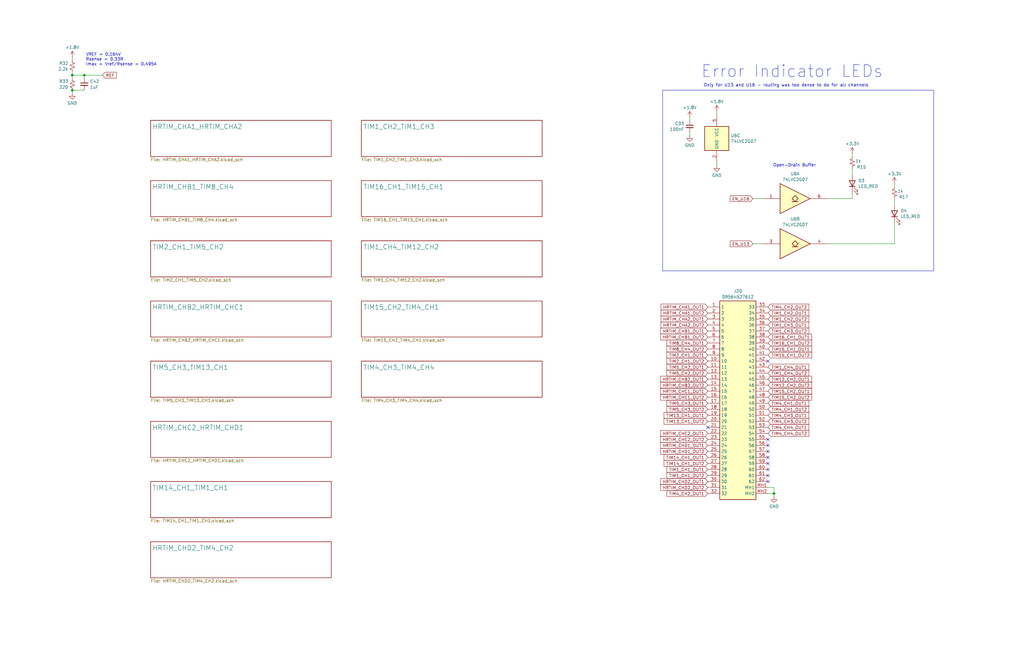
<source format=kicad_sch>
(kicad_sch
	(version 20231120)
	(generator "eeschema")
	(generator_version "8.0")
	(uuid "5b799558-ae73-484c-85a2-f72f4dd09d47")
	(paper "B")
	(title_block
		(title "KASM Actuator PCBA Rev2")
		(date "2024-09-28")
		(rev "2")
	)
	(lib_symbols
		(symbol "+3.3V_1"
			(power)
			(pin_numbers hide)
			(pin_names
				(offset 0) hide)
			(exclude_from_sim no)
			(in_bom yes)
			(on_board yes)
			(property "Reference" "#PWR"
				(at 0 -3.81 0)
				(effects
					(font
						(size 1.27 1.27)
					)
					(hide yes)
				)
			)
			(property "Value" "+3.3V"
				(at 0 3.556 0)
				(effects
					(font
						(size 1.27 1.27)
					)
				)
			)
			(property "Footprint" ""
				(at 0 0 0)
				(effects
					(font
						(size 1.27 1.27)
					)
					(hide yes)
				)
			)
			(property "Datasheet" ""
				(at 0 0 0)
				(effects
					(font
						(size 1.27 1.27)
					)
					(hide yes)
				)
			)
			(property "Description" "Power symbol creates a global label with name \"+3.3V\""
				(at 0 0 0)
				(effects
					(font
						(size 1.27 1.27)
					)
					(hide yes)
				)
			)
			(property "ki_keywords" "global power"
				(at 0 0 0)
				(effects
					(font
						(size 1.27 1.27)
					)
					(hide yes)
				)
			)
			(symbol "+3.3V_1_0_1"
				(polyline
					(pts
						(xy -0.762 1.27) (xy 0 2.54)
					)
					(stroke
						(width 0)
						(type default)
					)
					(fill
						(type none)
					)
				)
				(polyline
					(pts
						(xy 0 0) (xy 0 2.54)
					)
					(stroke
						(width 0)
						(type default)
					)
					(fill
						(type none)
					)
				)
				(polyline
					(pts
						(xy 0 2.54) (xy 0.762 1.27)
					)
					(stroke
						(width 0)
						(type default)
					)
					(fill
						(type none)
					)
				)
			)
			(symbol "+3.3V_1_1_1"
				(pin power_in line
					(at 0 0 90)
					(length 0)
					(name "~"
						(effects
							(font
								(size 1.27 1.27)
							)
						)
					)
					(number "1"
						(effects
							(font
								(size 1.27 1.27)
							)
						)
					)
				)
			)
		)
		(symbol "+3.3V_2"
			(power)
			(pin_numbers hide)
			(pin_names
				(offset 0) hide)
			(exclude_from_sim no)
			(in_bom yes)
			(on_board yes)
			(property "Reference" "#PWR"
				(at 0 -3.81 0)
				(effects
					(font
						(size 1.27 1.27)
					)
					(hide yes)
				)
			)
			(property "Value" "+3.3V"
				(at 0 3.556 0)
				(effects
					(font
						(size 1.27 1.27)
					)
				)
			)
			(property "Footprint" ""
				(at 0 0 0)
				(effects
					(font
						(size 1.27 1.27)
					)
					(hide yes)
				)
			)
			(property "Datasheet" ""
				(at 0 0 0)
				(effects
					(font
						(size 1.27 1.27)
					)
					(hide yes)
				)
			)
			(property "Description" "Power symbol creates a global label with name \"+3.3V\""
				(at 0 0 0)
				(effects
					(font
						(size 1.27 1.27)
					)
					(hide yes)
				)
			)
			(property "ki_keywords" "global power"
				(at 0 0 0)
				(effects
					(font
						(size 1.27 1.27)
					)
					(hide yes)
				)
			)
			(symbol "+3.3V_2_0_1"
				(polyline
					(pts
						(xy -0.762 1.27) (xy 0 2.54)
					)
					(stroke
						(width 0)
						(type default)
					)
					(fill
						(type none)
					)
				)
				(polyline
					(pts
						(xy 0 0) (xy 0 2.54)
					)
					(stroke
						(width 0)
						(type default)
					)
					(fill
						(type none)
					)
				)
				(polyline
					(pts
						(xy 0 2.54) (xy 0.762 1.27)
					)
					(stroke
						(width 0)
						(type default)
					)
					(fill
						(type none)
					)
				)
			)
			(symbol "+3.3V_2_1_1"
				(pin power_in line
					(at 0 0 90)
					(length 0)
					(name "~"
						(effects
							(font
								(size 1.27 1.27)
							)
						)
					)
					(number "1"
						(effects
							(font
								(size 1.27 1.27)
							)
						)
					)
				)
			)
		)
		(symbol "74xGxx:74LVC2G07"
			(exclude_from_sim no)
			(in_bom yes)
			(on_board yes)
			(property "Reference" "U"
				(at 0 7.62 0)
				(effects
					(font
						(size 1.27 1.27)
					)
				)
			)
			(property "Value" "74LVC2G07"
				(at 2.54 -7.62 0)
				(effects
					(font
						(size 1.27 1.27)
					)
				)
			)
			(property "Footprint" ""
				(at 0 0 0)
				(effects
					(font
						(size 1.27 1.27)
					)
					(hide yes)
				)
			)
			(property "Datasheet" "http://www.ti.com/lit/sg/scyt129e/scyt129e.pdf"
				(at 0 0 0)
				(effects
					(font
						(size 1.27 1.27)
					)
					(hide yes)
				)
			)
			(property "Description" "Dual Buffer, Open Drain, Low-Voltage CMOS"
				(at 0 0 0)
				(effects
					(font
						(size 1.27 1.27)
					)
					(hide yes)
				)
			)
			(property "ki_keywords" "Dual Gate Buffer Open Drain LVC CMOS"
				(at 0 0 0)
				(effects
					(font
						(size 1.27 1.27)
					)
					(hide yes)
				)
			)
			(property "ki_fp_filters" "SG-* SOT*"
				(at 0 0 0)
				(effects
					(font
						(size 1.27 1.27)
					)
					(hide yes)
				)
			)
			(symbol "74LVC2G07_1_1"
				(polyline
					(pts
						(xy -2.54 -1.27) (xy 0 -1.27)
					)
					(stroke
						(width 0.254)
						(type default)
					)
					(fill
						(type background)
					)
				)
				(polyline
					(pts
						(xy -7.62 6.35) (xy -7.62 -6.35) (xy 5.08 0) (xy -7.62 6.35)
					)
					(stroke
						(width 0.254)
						(type default)
					)
					(fill
						(type background)
					)
				)
				(polyline
					(pts
						(xy -1.27 1.27) (xy -2.54 0) (xy -1.27 -1.27) (xy 0 0) (xy -1.27 1.27)
					)
					(stroke
						(width 0.254)
						(type default)
					)
					(fill
						(type background)
					)
				)
				(pin input line
					(at -15.24 0 0)
					(length 7.62)
					(name "~"
						(effects
							(font
								(size 1.27 1.27)
							)
						)
					)
					(number "1"
						(effects
							(font
								(size 1.27 1.27)
							)
						)
					)
				)
				(pin open_collector line
					(at 12.7 0 180)
					(length 7.62)
					(name "~"
						(effects
							(font
								(size 1.27 1.27)
							)
						)
					)
					(number "6"
						(effects
							(font
								(size 1.27 1.27)
							)
						)
					)
				)
			)
			(symbol "74LVC2G07_2_1"
				(polyline
					(pts
						(xy -2.54 -1.27) (xy 0 -1.27)
					)
					(stroke
						(width 0.254)
						(type default)
					)
					(fill
						(type background)
					)
				)
				(polyline
					(pts
						(xy -7.62 6.35) (xy -7.62 -6.35) (xy 5.08 0) (xy -7.62 6.35)
					)
					(stroke
						(width 0.254)
						(type default)
					)
					(fill
						(type background)
					)
				)
				(polyline
					(pts
						(xy -1.27 1.27) (xy -2.54 0) (xy -1.27 -1.27) (xy 0 0) (xy -1.27 1.27)
					)
					(stroke
						(width 0.254)
						(type default)
					)
					(fill
						(type background)
					)
				)
				(pin input line
					(at -15.24 0 0)
					(length 7.62)
					(name "~"
						(effects
							(font
								(size 1.27 1.27)
							)
						)
					)
					(number "3"
						(effects
							(font
								(size 1.27 1.27)
							)
						)
					)
				)
				(pin open_collector line
					(at 12.7 0 180)
					(length 7.62)
					(name "~"
						(effects
							(font
								(size 1.27 1.27)
							)
						)
					)
					(number "4"
						(effects
							(font
								(size 1.27 1.27)
							)
						)
					)
				)
			)
			(symbol "74LVC2G07_3_0"
				(rectangle
					(start -5.08 -5.08)
					(end 5.08 5.08)
					(stroke
						(width 0.254)
						(type default)
					)
					(fill
						(type background)
					)
				)
			)
			(symbol "74LVC2G07_3_1"
				(pin power_in line
					(at 0 -10.16 90)
					(length 5.08)
					(name "GND"
						(effects
							(font
								(size 1.27 1.27)
							)
						)
					)
					(number "2"
						(effects
							(font
								(size 1.27 1.27)
							)
						)
					)
				)
				(pin power_in line
					(at 0 10.16 270)
					(length 5.08)
					(name "VCC"
						(effects
							(font
								(size 1.27 1.27)
							)
						)
					)
					(number "5"
						(effects
							(font
								(size 1.27 1.27)
							)
						)
					)
				)
			)
		)
		(symbol "Device:C_Small"
			(pin_numbers hide)
			(pin_names
				(offset 0.254) hide)
			(exclude_from_sim no)
			(in_bom yes)
			(on_board yes)
			(property "Reference" "C"
				(at 0.254 1.778 0)
				(effects
					(font
						(size 1.27 1.27)
					)
					(justify left)
				)
			)
			(property "Value" "C_Small"
				(at 0.254 -2.032 0)
				(effects
					(font
						(size 1.27 1.27)
					)
					(justify left)
				)
			)
			(property "Footprint" ""
				(at 0 0 0)
				(effects
					(font
						(size 1.27 1.27)
					)
					(hide yes)
				)
			)
			(property "Datasheet" "~"
				(at 0 0 0)
				(effects
					(font
						(size 1.27 1.27)
					)
					(hide yes)
				)
			)
			(property "Description" "Unpolarized capacitor, small symbol"
				(at 0 0 0)
				(effects
					(font
						(size 1.27 1.27)
					)
					(hide yes)
				)
			)
			(property "ki_keywords" "capacitor cap"
				(at 0 0 0)
				(effects
					(font
						(size 1.27 1.27)
					)
					(hide yes)
				)
			)
			(property "ki_fp_filters" "C_*"
				(at 0 0 0)
				(effects
					(font
						(size 1.27 1.27)
					)
					(hide yes)
				)
			)
			(symbol "C_Small_0_1"
				(polyline
					(pts
						(xy -1.524 -0.508) (xy 1.524 -0.508)
					)
					(stroke
						(width 0.3302)
						(type default)
					)
					(fill
						(type none)
					)
				)
				(polyline
					(pts
						(xy -1.524 0.508) (xy 1.524 0.508)
					)
					(stroke
						(width 0.3048)
						(type default)
					)
					(fill
						(type none)
					)
				)
			)
			(symbol "C_Small_1_1"
				(pin passive line
					(at 0 2.54 270)
					(length 2.032)
					(name "~"
						(effects
							(font
								(size 1.27 1.27)
							)
						)
					)
					(number "1"
						(effects
							(font
								(size 1.27 1.27)
							)
						)
					)
				)
				(pin passive line
					(at 0 -2.54 90)
					(length 2.032)
					(name "~"
						(effects
							(font
								(size 1.27 1.27)
							)
						)
					)
					(number "2"
						(effects
							(font
								(size 1.27 1.27)
							)
						)
					)
				)
			)
		)
		(symbol "Device:LED"
			(pin_numbers hide)
			(pin_names
				(offset 1.016) hide)
			(exclude_from_sim no)
			(in_bom yes)
			(on_board yes)
			(property "Reference" "D"
				(at 0 2.54 0)
				(effects
					(font
						(size 1.27 1.27)
					)
				)
			)
			(property "Value" "LED"
				(at 0 -2.54 0)
				(effects
					(font
						(size 1.27 1.27)
					)
				)
			)
			(property "Footprint" ""
				(at 0 0 0)
				(effects
					(font
						(size 1.27 1.27)
					)
					(hide yes)
				)
			)
			(property "Datasheet" "~"
				(at 0 0 0)
				(effects
					(font
						(size 1.27 1.27)
					)
					(hide yes)
				)
			)
			(property "Description" "Light emitting diode"
				(at 0 0 0)
				(effects
					(font
						(size 1.27 1.27)
					)
					(hide yes)
				)
			)
			(property "ki_keywords" "LED diode"
				(at 0 0 0)
				(effects
					(font
						(size 1.27 1.27)
					)
					(hide yes)
				)
			)
			(property "ki_fp_filters" "LED* LED_SMD:* LED_THT:*"
				(at 0 0 0)
				(effects
					(font
						(size 1.27 1.27)
					)
					(hide yes)
				)
			)
			(symbol "LED_0_1"
				(polyline
					(pts
						(xy -1.27 -1.27) (xy -1.27 1.27)
					)
					(stroke
						(width 0.254)
						(type default)
					)
					(fill
						(type none)
					)
				)
				(polyline
					(pts
						(xy -1.27 0) (xy 1.27 0)
					)
					(stroke
						(width 0)
						(type default)
					)
					(fill
						(type none)
					)
				)
				(polyline
					(pts
						(xy 1.27 -1.27) (xy 1.27 1.27) (xy -1.27 0) (xy 1.27 -1.27)
					)
					(stroke
						(width 0.254)
						(type default)
					)
					(fill
						(type none)
					)
				)
				(polyline
					(pts
						(xy -3.048 -0.762) (xy -4.572 -2.286) (xy -3.81 -2.286) (xy -4.572 -2.286) (xy -4.572 -1.524)
					)
					(stroke
						(width 0)
						(type default)
					)
					(fill
						(type none)
					)
				)
				(polyline
					(pts
						(xy -1.778 -0.762) (xy -3.302 -2.286) (xy -2.54 -2.286) (xy -3.302 -2.286) (xy -3.302 -1.524)
					)
					(stroke
						(width 0)
						(type default)
					)
					(fill
						(type none)
					)
				)
			)
			(symbol "LED_1_1"
				(pin passive line
					(at -3.81 0 0)
					(length 2.54)
					(name "K"
						(effects
							(font
								(size 1.27 1.27)
							)
						)
					)
					(number "1"
						(effects
							(font
								(size 1.27 1.27)
							)
						)
					)
				)
				(pin passive line
					(at 3.81 0 180)
					(length 2.54)
					(name "A"
						(effects
							(font
								(size 1.27 1.27)
							)
						)
					)
					(number "2"
						(effects
							(font
								(size 1.27 1.27)
							)
						)
					)
				)
			)
		)
		(symbol "Device:R_Small_US"
			(pin_numbers hide)
			(pin_names
				(offset 0.254) hide)
			(exclude_from_sim no)
			(in_bom yes)
			(on_board yes)
			(property "Reference" "R"
				(at 0.762 0.508 0)
				(effects
					(font
						(size 1.27 1.27)
					)
					(justify left)
				)
			)
			(property "Value" "R_Small_US"
				(at 0.762 -1.016 0)
				(effects
					(font
						(size 1.27 1.27)
					)
					(justify left)
				)
			)
			(property "Footprint" ""
				(at 0 0 0)
				(effects
					(font
						(size 1.27 1.27)
					)
					(hide yes)
				)
			)
			(property "Datasheet" "~"
				(at 0 0 0)
				(effects
					(font
						(size 1.27 1.27)
					)
					(hide yes)
				)
			)
			(property "Description" "Resistor, small US symbol"
				(at 0 0 0)
				(effects
					(font
						(size 1.27 1.27)
					)
					(hide yes)
				)
			)
			(property "ki_keywords" "r resistor"
				(at 0 0 0)
				(effects
					(font
						(size 1.27 1.27)
					)
					(hide yes)
				)
			)
			(property "ki_fp_filters" "R_*"
				(at 0 0 0)
				(effects
					(font
						(size 1.27 1.27)
					)
					(hide yes)
				)
			)
			(symbol "R_Small_US_1_1"
				(polyline
					(pts
						(xy 0 0) (xy 1.016 -0.381) (xy 0 -0.762) (xy -1.016 -1.143) (xy 0 -1.524)
					)
					(stroke
						(width 0)
						(type default)
					)
					(fill
						(type none)
					)
				)
				(polyline
					(pts
						(xy 0 1.524) (xy 1.016 1.143) (xy 0 0.762) (xy -1.016 0.381) (xy 0 0)
					)
					(stroke
						(width 0)
						(type default)
					)
					(fill
						(type none)
					)
				)
				(pin passive line
					(at 0 2.54 270)
					(length 1.016)
					(name "~"
						(effects
							(font
								(size 1.27 1.27)
							)
						)
					)
					(number "1"
						(effects
							(font
								(size 1.27 1.27)
							)
						)
					)
				)
				(pin passive line
					(at 0 -2.54 90)
					(length 1.016)
					(name "~"
						(effects
							(font
								(size 1.27 1.27)
							)
						)
					)
					(number "2"
						(effects
							(font
								(size 1.27 1.27)
							)
						)
					)
				)
			)
		)
		(symbol "components_2:09564527612"
			(exclude_from_sim no)
			(in_bom yes)
			(on_board yes)
			(property "Reference" "J"
				(at 8.89 45.72 0)
				(effects
					(font
						(size 1.27 1.27)
					)
					(justify left top)
				)
			)
			(property "Value" "09564527612"
				(at 8.89 43.18 0)
				(effects
					(font
						(size 1.27 1.27)
					)
					(justify left top)
				)
			)
			(property "Footprint" "09564527612"
				(at 8.89 -56.82 0)
				(effects
					(font
						(size 1.27 1.27)
					)
					(justify left top)
					(hide yes)
				)
			)
			(property "Datasheet" "https://b2b.harting.com/files/download/PRD/PDF_DS/PDF_DS_09564527612_EN.pdf"
				(at 21.59 -194.92 0)
				(effects
					(font
						(size 1.27 1.27)
					)
					(justify left top)
					(hide yes)
				)
			)
			(property "Description" "High Density D-Sub 62pin angled female with board locks, PL3, 4-40UNC threading"
				(at 66.548 4.826 0)
				(effects
					(font
						(size 1.27 1.27)
					)
					(hide yes)
				)
			)
			(property "Height" "12.55"
				(at 21.59 -394.92 0)
				(effects
					(font
						(size 1.27 1.27)
					)
					(justify left top)
					(hide yes)
				)
			)
			(property "Manufacturer_Name" "HARTING"
				(at 21.59 -494.92 0)
				(effects
					(font
						(size 1.27 1.27)
					)
					(justify left top)
					(hide yes)
				)
			)
			(property "Manufacturer_Part_Number" "09564527612"
				(at 21.59 -594.92 0)
				(effects
					(font
						(size 1.27 1.27)
					)
					(justify left top)
					(hide yes)
				)
			)
			(property "Mouser Part Number" "617-09-56-452-7612"
				(at 21.59 -694.92 0)
				(effects
					(font
						(size 1.27 1.27)
					)
					(justify left top)
					(hide yes)
				)
			)
			(property "Mouser Price/Stock" "https://www.mouser.co.uk/ProductDetail/HARTING/09564527612?qs=qa49y27LPCF1lnBrRUFxoA%3D%3D"
				(at 21.59 -794.92 0)
				(effects
					(font
						(size 1.27 1.27)
					)
					(justify left top)
					(hide yes)
				)
			)
			(property "Arrow Part Number" "09564527612"
				(at 21.59 -894.92 0)
				(effects
					(font
						(size 1.27 1.27)
					)
					(justify left top)
					(hide yes)
				)
			)
			(property "Arrow Price/Stock" "https://www.arrow.com/en/products/09564527612/harting?region=nac"
				(at 21.59 -994.92 0)
				(effects
					(font
						(size 1.27 1.27)
					)
					(justify left top)
					(hide yes)
				)
			)
			(symbol "09564527612_1_1"
				(rectangle
					(start -7.62 40.64)
					(end 7.62 -43.18)
					(stroke
						(width 0.254)
						(type default)
					)
					(fill
						(type background)
					)
				)
				(pin passive line
					(at -12.7 38.1 0)
					(length 5.08)
					(name "1"
						(effects
							(font
								(size 1.27 1.27)
							)
						)
					)
					(number "1"
						(effects
							(font
								(size 1.27 1.27)
							)
						)
					)
				)
				(pin passive line
					(at -12.7 15.24 0)
					(length 5.08)
					(name "10"
						(effects
							(font
								(size 1.27 1.27)
							)
						)
					)
					(number "10"
						(effects
							(font
								(size 1.27 1.27)
							)
						)
					)
				)
				(pin passive line
					(at -12.7 12.7 0)
					(length 5.08)
					(name "11"
						(effects
							(font
								(size 1.27 1.27)
							)
						)
					)
					(number "11"
						(effects
							(font
								(size 1.27 1.27)
							)
						)
					)
				)
				(pin passive line
					(at -12.7 10.16 0)
					(length 5.08)
					(name "12"
						(effects
							(font
								(size 1.27 1.27)
							)
						)
					)
					(number "12"
						(effects
							(font
								(size 1.27 1.27)
							)
						)
					)
				)
				(pin passive line
					(at -12.7 7.62 0)
					(length 5.08)
					(name "13"
						(effects
							(font
								(size 1.27 1.27)
							)
						)
					)
					(number "13"
						(effects
							(font
								(size 1.27 1.27)
							)
						)
					)
				)
				(pin passive line
					(at -12.7 5.08 0)
					(length 5.08)
					(name "14"
						(effects
							(font
								(size 1.27 1.27)
							)
						)
					)
					(number "14"
						(effects
							(font
								(size 1.27 1.27)
							)
						)
					)
				)
				(pin passive line
					(at -12.7 2.54 0)
					(length 5.08)
					(name "15"
						(effects
							(font
								(size 1.27 1.27)
							)
						)
					)
					(number "15"
						(effects
							(font
								(size 1.27 1.27)
							)
						)
					)
				)
				(pin passive line
					(at -12.7 0 0)
					(length 5.08)
					(name "16"
						(effects
							(font
								(size 1.27 1.27)
							)
						)
					)
					(number "16"
						(effects
							(font
								(size 1.27 1.27)
							)
						)
					)
				)
				(pin passive line
					(at -12.7 -2.54 0)
					(length 5.08)
					(name "17"
						(effects
							(font
								(size 1.27 1.27)
							)
						)
					)
					(number "17"
						(effects
							(font
								(size 1.27 1.27)
							)
						)
					)
				)
				(pin passive line
					(at -12.7 -5.08 0)
					(length 5.08)
					(name "18"
						(effects
							(font
								(size 1.27 1.27)
							)
						)
					)
					(number "18"
						(effects
							(font
								(size 1.27 1.27)
							)
						)
					)
				)
				(pin passive line
					(at -12.7 -7.62 0)
					(length 5.08)
					(name "19"
						(effects
							(font
								(size 1.27 1.27)
							)
						)
					)
					(number "19"
						(effects
							(font
								(size 1.27 1.27)
							)
						)
					)
				)
				(pin passive line
					(at -12.7 35.56 0)
					(length 5.08)
					(name "2"
						(effects
							(font
								(size 1.27 1.27)
							)
						)
					)
					(number "2"
						(effects
							(font
								(size 1.27 1.27)
							)
						)
					)
				)
				(pin passive line
					(at -12.7 -10.16 0)
					(length 5.08)
					(name "20"
						(effects
							(font
								(size 1.27 1.27)
							)
						)
					)
					(number "20"
						(effects
							(font
								(size 1.27 1.27)
							)
						)
					)
				)
				(pin passive line
					(at -12.7 -12.7 0)
					(length 5.08)
					(name "21"
						(effects
							(font
								(size 1.27 1.27)
							)
						)
					)
					(number "21"
						(effects
							(font
								(size 1.27 1.27)
							)
						)
					)
				)
				(pin passive line
					(at -12.7 -15.24 0)
					(length 5.08)
					(name "22"
						(effects
							(font
								(size 1.27 1.27)
							)
						)
					)
					(number "22"
						(effects
							(font
								(size 1.27 1.27)
							)
						)
					)
				)
				(pin passive line
					(at -12.7 -17.78 0)
					(length 5.08)
					(name "23"
						(effects
							(font
								(size 1.27 1.27)
							)
						)
					)
					(number "23"
						(effects
							(font
								(size 1.27 1.27)
							)
						)
					)
				)
				(pin passive line
					(at -12.7 -20.32 0)
					(length 5.08)
					(name "24"
						(effects
							(font
								(size 1.27 1.27)
							)
						)
					)
					(number "24"
						(effects
							(font
								(size 1.27 1.27)
							)
						)
					)
				)
				(pin passive line
					(at -12.7 -22.86 0)
					(length 5.08)
					(name "25"
						(effects
							(font
								(size 1.27 1.27)
							)
						)
					)
					(number "25"
						(effects
							(font
								(size 1.27 1.27)
							)
						)
					)
				)
				(pin passive line
					(at -12.7 -25.4 0)
					(length 5.08)
					(name "26"
						(effects
							(font
								(size 1.27 1.27)
							)
						)
					)
					(number "26"
						(effects
							(font
								(size 1.27 1.27)
							)
						)
					)
				)
				(pin passive line
					(at -12.7 -27.94 0)
					(length 5.08)
					(name "27"
						(effects
							(font
								(size 1.27 1.27)
							)
						)
					)
					(number "27"
						(effects
							(font
								(size 1.27 1.27)
							)
						)
					)
				)
				(pin passive line
					(at -12.7 -30.48 0)
					(length 5.08)
					(name "28"
						(effects
							(font
								(size 1.27 1.27)
							)
						)
					)
					(number "28"
						(effects
							(font
								(size 1.27 1.27)
							)
						)
					)
				)
				(pin passive line
					(at -12.7 -33.02 0)
					(length 5.08)
					(name "29"
						(effects
							(font
								(size 1.27 1.27)
							)
						)
					)
					(number "29"
						(effects
							(font
								(size 1.27 1.27)
							)
						)
					)
				)
				(pin passive line
					(at -12.7 33.02 0)
					(length 5.08)
					(name "3"
						(effects
							(font
								(size 1.27 1.27)
							)
						)
					)
					(number "3"
						(effects
							(font
								(size 1.27 1.27)
							)
						)
					)
				)
				(pin passive line
					(at -12.7 -35.56 0)
					(length 5.08)
					(name "30"
						(effects
							(font
								(size 1.27 1.27)
							)
						)
					)
					(number "30"
						(effects
							(font
								(size 1.27 1.27)
							)
						)
					)
				)
				(pin passive line
					(at -12.7 -38.1 0)
					(length 5.08)
					(name "31"
						(effects
							(font
								(size 1.27 1.27)
							)
						)
					)
					(number "31"
						(effects
							(font
								(size 1.27 1.27)
							)
						)
					)
				)
				(pin passive line
					(at -12.7 -40.64 0)
					(length 5.08)
					(name "32"
						(effects
							(font
								(size 1.27 1.27)
							)
						)
					)
					(number "32"
						(effects
							(font
								(size 1.27 1.27)
							)
						)
					)
				)
				(pin passive line
					(at 12.7 38.1 180)
					(length 5.08)
					(name "33"
						(effects
							(font
								(size 1.27 1.27)
							)
						)
					)
					(number "33"
						(effects
							(font
								(size 1.27 1.27)
							)
						)
					)
				)
				(pin passive line
					(at 12.7 35.56 180)
					(length 5.08)
					(name "34"
						(effects
							(font
								(size 1.27 1.27)
							)
						)
					)
					(number "34"
						(effects
							(font
								(size 1.27 1.27)
							)
						)
					)
				)
				(pin passive line
					(at 12.7 33.02 180)
					(length 5.08)
					(name "35"
						(effects
							(font
								(size 1.27 1.27)
							)
						)
					)
					(number "35"
						(effects
							(font
								(size 1.27 1.27)
							)
						)
					)
				)
				(pin passive line
					(at 12.7 30.48 180)
					(length 5.08)
					(name "36"
						(effects
							(font
								(size 1.27 1.27)
							)
						)
					)
					(number "36"
						(effects
							(font
								(size 1.27 1.27)
							)
						)
					)
				)
				(pin passive line
					(at 12.7 27.94 180)
					(length 5.08)
					(name "37"
						(effects
							(font
								(size 1.27 1.27)
							)
						)
					)
					(number "37"
						(effects
							(font
								(size 1.27 1.27)
							)
						)
					)
				)
				(pin passive line
					(at 12.7 25.4 180)
					(length 5.08)
					(name "38"
						(effects
							(font
								(size 1.27 1.27)
							)
						)
					)
					(number "38"
						(effects
							(font
								(size 1.27 1.27)
							)
						)
					)
				)
				(pin passive line
					(at 12.7 22.86 180)
					(length 5.08)
					(name "39"
						(effects
							(font
								(size 1.27 1.27)
							)
						)
					)
					(number "39"
						(effects
							(font
								(size 1.27 1.27)
							)
						)
					)
				)
				(pin passive line
					(at -12.7 30.48 0)
					(length 5.08)
					(name "4"
						(effects
							(font
								(size 1.27 1.27)
							)
						)
					)
					(number "4"
						(effects
							(font
								(size 1.27 1.27)
							)
						)
					)
				)
				(pin passive line
					(at 12.7 20.32 180)
					(length 5.08)
					(name "40"
						(effects
							(font
								(size 1.27 1.27)
							)
						)
					)
					(number "40"
						(effects
							(font
								(size 1.27 1.27)
							)
						)
					)
				)
				(pin passive line
					(at 12.7 17.78 180)
					(length 5.08)
					(name "41"
						(effects
							(font
								(size 1.27 1.27)
							)
						)
					)
					(number "41"
						(effects
							(font
								(size 1.27 1.27)
							)
						)
					)
				)
				(pin passive line
					(at 12.7 15.24 180)
					(length 5.08)
					(name "42"
						(effects
							(font
								(size 1.27 1.27)
							)
						)
					)
					(number "42"
						(effects
							(font
								(size 1.27 1.27)
							)
						)
					)
				)
				(pin passive line
					(at 12.7 12.7 180)
					(length 5.08)
					(name "43"
						(effects
							(font
								(size 1.27 1.27)
							)
						)
					)
					(number "43"
						(effects
							(font
								(size 1.27 1.27)
							)
						)
					)
				)
				(pin passive line
					(at 12.7 10.16 180)
					(length 5.08)
					(name "44"
						(effects
							(font
								(size 1.27 1.27)
							)
						)
					)
					(number "44"
						(effects
							(font
								(size 1.27 1.27)
							)
						)
					)
				)
				(pin passive line
					(at 12.7 7.62 180)
					(length 5.08)
					(name "45"
						(effects
							(font
								(size 1.27 1.27)
							)
						)
					)
					(number "45"
						(effects
							(font
								(size 1.27 1.27)
							)
						)
					)
				)
				(pin passive line
					(at 12.7 5.08 180)
					(length 5.08)
					(name "46"
						(effects
							(font
								(size 1.27 1.27)
							)
						)
					)
					(number "46"
						(effects
							(font
								(size 1.27 1.27)
							)
						)
					)
				)
				(pin passive line
					(at 12.7 2.54 180)
					(length 5.08)
					(name "47"
						(effects
							(font
								(size 1.27 1.27)
							)
						)
					)
					(number "47"
						(effects
							(font
								(size 1.27 1.27)
							)
						)
					)
				)
				(pin passive line
					(at 12.7 0 180)
					(length 5.08)
					(name "48"
						(effects
							(font
								(size 1.27 1.27)
							)
						)
					)
					(number "48"
						(effects
							(font
								(size 1.27 1.27)
							)
						)
					)
				)
				(pin passive line
					(at 12.7 -2.54 180)
					(length 5.08)
					(name "49"
						(effects
							(font
								(size 1.27 1.27)
							)
						)
					)
					(number "49"
						(effects
							(font
								(size 1.27 1.27)
							)
						)
					)
				)
				(pin passive line
					(at -12.7 27.94 0)
					(length 5.08)
					(name "5"
						(effects
							(font
								(size 1.27 1.27)
							)
						)
					)
					(number "5"
						(effects
							(font
								(size 1.27 1.27)
							)
						)
					)
				)
				(pin passive line
					(at 12.7 -5.08 180)
					(length 5.08)
					(name "50"
						(effects
							(font
								(size 1.27 1.27)
							)
						)
					)
					(number "50"
						(effects
							(font
								(size 1.27 1.27)
							)
						)
					)
				)
				(pin passive line
					(at 12.7 -7.62 180)
					(length 5.08)
					(name "51"
						(effects
							(font
								(size 1.27 1.27)
							)
						)
					)
					(number "51"
						(effects
							(font
								(size 1.27 1.27)
							)
						)
					)
				)
				(pin passive line
					(at 12.7 -10.16 180)
					(length 5.08)
					(name "52"
						(effects
							(font
								(size 1.27 1.27)
							)
						)
					)
					(number "52"
						(effects
							(font
								(size 1.27 1.27)
							)
						)
					)
				)
				(pin passive line
					(at 12.7 -12.7 180)
					(length 5.08)
					(name "53"
						(effects
							(font
								(size 1.27 1.27)
							)
						)
					)
					(number "53"
						(effects
							(font
								(size 1.27 1.27)
							)
						)
					)
				)
				(pin passive line
					(at 12.7 -15.24 180)
					(length 5.08)
					(name "54"
						(effects
							(font
								(size 1.27 1.27)
							)
						)
					)
					(number "54"
						(effects
							(font
								(size 1.27 1.27)
							)
						)
					)
				)
				(pin passive line
					(at 12.7 -17.78 180)
					(length 5.08)
					(name "55"
						(effects
							(font
								(size 1.27 1.27)
							)
						)
					)
					(number "55"
						(effects
							(font
								(size 1.27 1.27)
							)
						)
					)
				)
				(pin passive line
					(at 12.7 -20.32 180)
					(length 5.08)
					(name "56"
						(effects
							(font
								(size 1.27 1.27)
							)
						)
					)
					(number "56"
						(effects
							(font
								(size 1.27 1.27)
							)
						)
					)
				)
				(pin passive line
					(at 12.7 -22.86 180)
					(length 5.08)
					(name "57"
						(effects
							(font
								(size 1.27 1.27)
							)
						)
					)
					(number "57"
						(effects
							(font
								(size 1.27 1.27)
							)
						)
					)
				)
				(pin passive line
					(at 12.7 -25.4 180)
					(length 5.08)
					(name "58"
						(effects
							(font
								(size 1.27 1.27)
							)
						)
					)
					(number "58"
						(effects
							(font
								(size 1.27 1.27)
							)
						)
					)
				)
				(pin passive line
					(at 12.7 -27.94 180)
					(length 5.08)
					(name "59"
						(effects
							(font
								(size 1.27 1.27)
							)
						)
					)
					(number "59"
						(effects
							(font
								(size 1.27 1.27)
							)
						)
					)
				)
				(pin passive line
					(at -12.7 25.4 0)
					(length 5.08)
					(name "6"
						(effects
							(font
								(size 1.27 1.27)
							)
						)
					)
					(number "6"
						(effects
							(font
								(size 1.27 1.27)
							)
						)
					)
				)
				(pin passive line
					(at 12.7 -30.48 180)
					(length 5.08)
					(name "60"
						(effects
							(font
								(size 1.27 1.27)
							)
						)
					)
					(number "60"
						(effects
							(font
								(size 1.27 1.27)
							)
						)
					)
				)
				(pin passive line
					(at 12.7 -33.02 180)
					(length 5.08)
					(name "61"
						(effects
							(font
								(size 1.27 1.27)
							)
						)
					)
					(number "61"
						(effects
							(font
								(size 1.27 1.27)
							)
						)
					)
				)
				(pin passive line
					(at 12.7 -35.56 180)
					(length 5.08)
					(name "62"
						(effects
							(font
								(size 1.27 1.27)
							)
						)
					)
					(number "62"
						(effects
							(font
								(size 1.27 1.27)
							)
						)
					)
				)
				(pin passive line
					(at -12.7 22.86 0)
					(length 5.08)
					(name "7"
						(effects
							(font
								(size 1.27 1.27)
							)
						)
					)
					(number "7"
						(effects
							(font
								(size 1.27 1.27)
							)
						)
					)
				)
				(pin passive line
					(at -12.7 20.32 0)
					(length 5.08)
					(name "8"
						(effects
							(font
								(size 1.27 1.27)
							)
						)
					)
					(number "8"
						(effects
							(font
								(size 1.27 1.27)
							)
						)
					)
				)
				(pin passive line
					(at -12.7 17.78 0)
					(length 5.08)
					(name "9"
						(effects
							(font
								(size 1.27 1.27)
							)
						)
					)
					(number "9"
						(effects
							(font
								(size 1.27 1.27)
							)
						)
					)
				)
				(pin passive line
					(at 12.7 -38.1 180)
					(length 5.08)
					(name "MH1"
						(effects
							(font
								(size 1.27 1.27)
							)
						)
					)
					(number "MH1"
						(effects
							(font
								(size 1.27 1.27)
							)
						)
					)
				)
				(pin passive line
					(at 12.7 -40.64 180)
					(length 5.08)
					(name "MH2"
						(effects
							(font
								(size 1.27 1.27)
							)
						)
					)
					(number "MH2"
						(effects
							(font
								(size 1.27 1.27)
							)
						)
					)
				)
			)
		)
		(symbol "power:+1V8"
			(power)
			(pin_numbers hide)
			(pin_names
				(offset 0) hide)
			(exclude_from_sim no)
			(in_bom yes)
			(on_board yes)
			(property "Reference" "#PWR"
				(at 0 -3.81 0)
				(effects
					(font
						(size 1.27 1.27)
					)
					(hide yes)
				)
			)
			(property "Value" "+1V8"
				(at 0 3.556 0)
				(effects
					(font
						(size 1.27 1.27)
					)
				)
			)
			(property "Footprint" ""
				(at 0 0 0)
				(effects
					(font
						(size 1.27 1.27)
					)
					(hide yes)
				)
			)
			(property "Datasheet" ""
				(at 0 0 0)
				(effects
					(font
						(size 1.27 1.27)
					)
					(hide yes)
				)
			)
			(property "Description" "Power symbol creates a global label with name \"+1V8\""
				(at 0 0 0)
				(effects
					(font
						(size 1.27 1.27)
					)
					(hide yes)
				)
			)
			(property "ki_keywords" "global power"
				(at 0 0 0)
				(effects
					(font
						(size 1.27 1.27)
					)
					(hide yes)
				)
			)
			(symbol "+1V8_0_1"
				(polyline
					(pts
						(xy -0.762 1.27) (xy 0 2.54)
					)
					(stroke
						(width 0)
						(type default)
					)
					(fill
						(type none)
					)
				)
				(polyline
					(pts
						(xy 0 0) (xy 0 2.54)
					)
					(stroke
						(width 0)
						(type default)
					)
					(fill
						(type none)
					)
				)
				(polyline
					(pts
						(xy 0 2.54) (xy 0.762 1.27)
					)
					(stroke
						(width 0)
						(type default)
					)
					(fill
						(type none)
					)
				)
			)
			(symbol "+1V8_1_1"
				(pin power_in line
					(at 0 0 90)
					(length 0)
					(name "~"
						(effects
							(font
								(size 1.27 1.27)
							)
						)
					)
					(number "1"
						(effects
							(font
								(size 1.27 1.27)
							)
						)
					)
				)
			)
		)
		(symbol "power:+3.3V"
			(power)
			(pin_numbers hide)
			(pin_names
				(offset 0) hide)
			(exclude_from_sim no)
			(in_bom yes)
			(on_board yes)
			(property "Reference" "#PWR"
				(at 0 -3.81 0)
				(effects
					(font
						(size 1.27 1.27)
					)
					(hide yes)
				)
			)
			(property "Value" "+3.3V"
				(at 0 3.556 0)
				(effects
					(font
						(size 1.27 1.27)
					)
				)
			)
			(property "Footprint" ""
				(at 0 0 0)
				(effects
					(font
						(size 1.27 1.27)
					)
					(hide yes)
				)
			)
			(property "Datasheet" ""
				(at 0 0 0)
				(effects
					(font
						(size 1.27 1.27)
					)
					(hide yes)
				)
			)
			(property "Description" "Power symbol creates a global label with name \"+3.3V\""
				(at 0 0 0)
				(effects
					(font
						(size 1.27 1.27)
					)
					(hide yes)
				)
			)
			(property "ki_keywords" "global power"
				(at 0 0 0)
				(effects
					(font
						(size 1.27 1.27)
					)
					(hide yes)
				)
			)
			(symbol "+3.3V_0_1"
				(polyline
					(pts
						(xy -0.762 1.27) (xy 0 2.54)
					)
					(stroke
						(width 0)
						(type default)
					)
					(fill
						(type none)
					)
				)
				(polyline
					(pts
						(xy 0 0) (xy 0 2.54)
					)
					(stroke
						(width 0)
						(type default)
					)
					(fill
						(type none)
					)
				)
				(polyline
					(pts
						(xy 0 2.54) (xy 0.762 1.27)
					)
					(stroke
						(width 0)
						(type default)
					)
					(fill
						(type none)
					)
				)
			)
			(symbol "+3.3V_1_1"
				(pin power_in line
					(at 0 0 90)
					(length 0)
					(name "~"
						(effects
							(font
								(size 1.27 1.27)
							)
						)
					)
					(number "1"
						(effects
							(font
								(size 1.27 1.27)
							)
						)
					)
				)
			)
		)
		(symbol "power:GND"
			(power)
			(pin_numbers hide)
			(pin_names
				(offset 0) hide)
			(exclude_from_sim no)
			(in_bom yes)
			(on_board yes)
			(property "Reference" "#PWR"
				(at 0 -6.35 0)
				(effects
					(font
						(size 1.27 1.27)
					)
					(hide yes)
				)
			)
			(property "Value" "GND"
				(at 0 -3.81 0)
				(effects
					(font
						(size 1.27 1.27)
					)
				)
			)
			(property "Footprint" ""
				(at 0 0 0)
				(effects
					(font
						(size 1.27 1.27)
					)
					(hide yes)
				)
			)
			(property "Datasheet" ""
				(at 0 0 0)
				(effects
					(font
						(size 1.27 1.27)
					)
					(hide yes)
				)
			)
			(property "Description" "Power symbol creates a global label with name \"GND\" , ground"
				(at 0 0 0)
				(effects
					(font
						(size 1.27 1.27)
					)
					(hide yes)
				)
			)
			(property "ki_keywords" "global power"
				(at 0 0 0)
				(effects
					(font
						(size 1.27 1.27)
					)
					(hide yes)
				)
			)
			(symbol "GND_0_1"
				(polyline
					(pts
						(xy 0 0) (xy 0 -1.27) (xy 1.27 -1.27) (xy 0 -2.54) (xy -1.27 -1.27) (xy 0 -1.27)
					)
					(stroke
						(width 0)
						(type default)
					)
					(fill
						(type none)
					)
				)
			)
			(symbol "GND_1_1"
				(pin power_in line
					(at 0 0 270)
					(length 0)
					(name "~"
						(effects
							(font
								(size 1.27 1.27)
							)
						)
					)
					(number "1"
						(effects
							(font
								(size 1.27 1.27)
							)
						)
					)
				)
			)
		)
	)
	(junction
		(at 30.48 38.1)
		(diameter 0)
		(color 0 0 0 0)
		(uuid "227bef5e-faf5-478e-b174-f7f46968d691")
	)
	(junction
		(at 35.56 31.75)
		(diameter 0)
		(color 0 0 0 0)
		(uuid "286a3a39-36aa-4e9f-9029-a2c6658f9d25")
	)
	(junction
		(at 326.39 208.28)
		(diameter 0)
		(color 0 0 0 0)
		(uuid "85bc886b-baa2-4a98-a974-9909c522bd44")
	)
	(junction
		(at 30.48 31.75)
		(diameter 0)
		(color 0 0 0 0)
		(uuid "8e4414ea-e695-41e9-88d0-93720e7879cf")
	)
	(no_connect
		(at 323.85 187.96)
		(uuid "4e817023-9b25-4b90-884b-a9630e00ba76")
	)
	(no_connect
		(at 323.85 185.42)
		(uuid "5af848af-31a3-49ea-bd87-dab08ce2e118")
	)
	(no_connect
		(at 323.85 195.58)
		(uuid "5c694868-5f50-4378-a3f4-c74b2186271e")
	)
	(no_connect
		(at 323.85 190.5)
		(uuid "62ba522e-e3a4-409e-b04e-6bf01579fb2f")
	)
	(no_connect
		(at 323.85 200.66)
		(uuid "9105cefa-6413-4c82-b7f6-912be548c9fc")
	)
	(no_connect
		(at 323.85 193.04)
		(uuid "9344a165-c21a-43ae-9246-18d3bcbed359")
	)
	(no_connect
		(at 323.85 203.2)
		(uuid "a6275f4e-7602-4106-8cb7-39784195a07c")
	)
	(no_connect
		(at 298.45 180.34)
		(uuid "b2d32ac3-3ae2-4d8f-beec-db0ac908b3e3")
	)
	(no_connect
		(at 323.85 198.12)
		(uuid "f4d0fae8-012d-420f-b98f-6b764034f823")
	)
	(no_connect
		(at 323.85 152.4)
		(uuid "f97fff46-7ef2-467c-8e30-3c1a5c8c4a7a")
	)
	(wire
		(pts
			(xy 290.83 49.53) (xy 290.83 50.8)
		)
		(stroke
			(width 0)
			(type default)
		)
		(uuid "0344a529-a840-4457-9c13-0cc6a68dee84")
	)
	(wire
		(pts
			(xy 30.48 30.48) (xy 30.48 31.75)
		)
		(stroke
			(width 0)
			(type default)
		)
		(uuid "05a6ae5c-2d74-4a18-b010-bb589b6ea0a0")
	)
	(wire
		(pts
			(xy 377.19 83.82) (xy 377.19 86.36)
		)
		(stroke
			(width 0)
			(type default)
		)
		(uuid "0677ee0c-f7ed-44d1-bb6f-74cfa449b826")
	)
	(wire
		(pts
			(xy 302.26 46.99) (xy 302.26 48.26)
		)
		(stroke
			(width 0)
			(type default)
		)
		(uuid "06cbdb63-44ff-4e75-9c7b-09839c018224")
	)
	(wire
		(pts
			(xy 326.39 208.28) (xy 326.39 205.74)
		)
		(stroke
			(width 0)
			(type default)
		)
		(uuid "0e0a7bb7-a4d5-46ce-a096-cb31a8c18b42")
	)
	(wire
		(pts
			(xy 30.48 38.1) (xy 30.48 39.37)
		)
		(stroke
			(width 0)
			(type default)
		)
		(uuid "114bf8d3-733d-40f8-b319-cd46a943a519")
	)
	(wire
		(pts
			(xy 323.85 205.74) (xy 326.39 205.74)
		)
		(stroke
			(width 0)
			(type default)
		)
		(uuid "15c9e88f-89dc-4418-8ef9-b6fb539ee5eb")
	)
	(wire
		(pts
			(xy 349.25 102.87) (xy 377.19 102.87)
		)
		(stroke
			(width 0)
			(type default)
		)
		(uuid "1eaa8d02-c61b-45d6-91ab-19a06d3b5a3f")
	)
	(wire
		(pts
			(xy 30.48 31.75) (xy 30.48 33.02)
		)
		(stroke
			(width 0)
			(type default)
		)
		(uuid "1fe05214-338b-4fc0-946b-4c62204fc7cd")
	)
	(wire
		(pts
			(xy 35.56 31.75) (xy 43.18 31.75)
		)
		(stroke
			(width 0)
			(type default)
		)
		(uuid "2a88d1db-69d2-4a36-9f27-918e418890f4")
	)
	(wire
		(pts
			(xy 326.39 208.28) (xy 326.39 209.55)
		)
		(stroke
			(width 0)
			(type default)
		)
		(uuid "33d89d18-de14-43de-a7e5-bf5300348781")
	)
	(wire
		(pts
			(xy 317.5 102.87) (xy 321.31 102.87)
		)
		(stroke
			(width 0)
			(type default)
		)
		(uuid "6edfdc66-bc48-4bfb-a6ef-39b9fda80ac2")
	)
	(wire
		(pts
			(xy 30.48 38.1) (xy 35.56 38.1)
		)
		(stroke
			(width 0)
			(type default)
		)
		(uuid "757996d4-d6ef-4ebf-999f-2fecea07c21a")
	)
	(wire
		(pts
			(xy 35.56 31.75) (xy 35.56 33.02)
		)
		(stroke
			(width 0)
			(type default)
		)
		(uuid "7af5b89b-fab7-4d7e-a030-d4af74b0694f")
	)
	(wire
		(pts
			(xy 317.5 83.82) (xy 321.31 83.82)
		)
		(stroke
			(width 0)
			(type default)
		)
		(uuid "87ad8e3a-0d8a-4a86-b7ae-4eacda914c60")
	)
	(wire
		(pts
			(xy 377.19 78.74) (xy 377.19 77.47)
		)
		(stroke
			(width 0)
			(type default)
		)
		(uuid "8ec5dc41-c285-4740-833c-844f0fb8b6af")
	)
	(wire
		(pts
			(xy 377.19 102.87) (xy 377.19 93.98)
		)
		(stroke
			(width 0)
			(type default)
		)
		(uuid "93c1ff60-220b-416f-a1fa-064a4cc2cdb4")
	)
	(wire
		(pts
			(xy 359.41 66.04) (xy 359.41 64.77)
		)
		(stroke
			(width 0)
			(type default)
		)
		(uuid "9446fb74-ab6b-4f4d-8f1f-02fde5a57168")
	)
	(wire
		(pts
			(xy 323.85 208.28) (xy 326.39 208.28)
		)
		(stroke
			(width 0)
			(type default)
		)
		(uuid "9516d73e-adf6-4e59-8d82-67182d208ea5")
	)
	(wire
		(pts
			(xy 302.26 68.58) (xy 302.26 69.85)
		)
		(stroke
			(width 0)
			(type default)
		)
		(uuid "998ec616-4c6f-4374-b49a-ca3f489ab985")
	)
	(wire
		(pts
			(xy 359.41 83.82) (xy 359.41 81.28)
		)
		(stroke
			(width 0)
			(type default)
		)
		(uuid "af78763e-610a-45be-908d-e3037ec760a8")
	)
	(wire
		(pts
			(xy 30.48 24.13) (xy 30.48 25.4)
		)
		(stroke
			(width 0)
			(type default)
		)
		(uuid "baf72184-0590-4e0d-9dd9-264d7c7c8db4")
	)
	(wire
		(pts
			(xy 349.25 83.82) (xy 359.41 83.82)
		)
		(stroke
			(width 0)
			(type default)
		)
		(uuid "db4e3112-016d-4fd0-b29b-8f6d79dbd6da")
	)
	(wire
		(pts
			(xy 30.48 31.75) (xy 35.56 31.75)
		)
		(stroke
			(width 0)
			(type default)
		)
		(uuid "e0903700-83c4-4fde-a4e0-40cd85b33612")
	)
	(wire
		(pts
			(xy 290.83 55.88) (xy 290.83 57.15)
		)
		(stroke
			(width 0)
			(type default)
		)
		(uuid "e6e8dd20-c338-46b6-8644-1b37605cc5f7")
	)
	(wire
		(pts
			(xy 359.41 71.12) (xy 359.41 73.66)
		)
		(stroke
			(width 0)
			(type default)
		)
		(uuid "e84441c3-b573-45a4-ac93-0331a310e549")
	)
	(rectangle
		(start 279.4 38.1)
		(end 393.7 114.3)
		(stroke
			(width 0)
			(type default)
		)
		(fill
			(type none)
		)
		(uuid a2199eb7-7eac-46d8-a226-e6c4c47b61f7)
	)
	(text "Only for U13 and U16 - routing was too dense to do for all channels"
		(exclude_from_sim no)
		(at 331.47 36.068 0)
		(effects
			(font
				(size 1.27 1.27)
			)
		)
		(uuid "1f65e8b9-a4b6-4444-987b-37dcdb2f750b")
	)
	(text "Error Indicator LEDs\n"
		(exclude_from_sim no)
		(at 334.01 30.226 0)
		(effects
			(font
				(size 5 5)
			)
		)
		(uuid "3d289b37-decb-4b91-87fe-31f7876d76f1")
	)
	(text "Open-Drain Buffer"
		(exclude_from_sim no)
		(at 335.026 69.85 0)
		(effects
			(font
				(size 1.27 1.27)
			)
		)
		(uuid "8f631ea9-e3a8-4d86-86e2-14ed4838b621")
	)
	(text "VREF = 0.164V\nRsense = 0.33R\nImax = Vref/Rsense = 0.495A"
		(exclude_from_sim no)
		(at 36.195 27.94 0)
		(effects
			(font
				(size 1.27 1.27)
			)
			(justify left bottom)
		)
		(uuid "91ee0d26-c9ac-4985-9a93-83312272a137")
	)
	(global_label "REF"
		(shape input)
		(at 43.18 31.75 0)
		(fields_autoplaced yes)
		(effects
			(font
				(size 1.27 1.27)
			)
			(justify left)
		)
		(uuid "06a1c098-243e-4e25-abee-9104df516630")
		(property "Intersheetrefs" "${INTERSHEET_REFS}"
			(at 49.6728 31.75 0)
			(effects
				(font
					(size 1.27 1.27)
				)
				(justify left)
				(hide yes)
			)
		)
	)
	(global_label "TIM1_CH3_OUT2"
		(shape input)
		(at 323.85 139.7 0)
		(fields_autoplaced yes)
		(effects
			(font
				(size 1.27 1.27)
			)
			(justify left)
		)
		(uuid "06e5b6da-03de-4f00-bf64-ec4801c93049")
		(property "Intersheetrefs" "${INTERSHEET_REFS}"
			(at 341.6518 139.7 0)
			(effects
				(font
					(size 1.27 1.27)
				)
				(justify left)
				(hide yes)
			)
		)
	)
	(global_label "TIM1_CH2_OUT1"
		(shape input)
		(at 323.85 132.08 0)
		(fields_autoplaced yes)
		(effects
			(font
				(size 1.27 1.27)
			)
			(justify left)
		)
		(uuid "06fe9ff3-bde3-48c4-8f94-609991e61979")
		(property "Intersheetrefs" "${INTERSHEET_REFS}"
			(at 341.6518 132.08 0)
			(effects
				(font
					(size 1.27 1.27)
				)
				(justify left)
				(hide yes)
			)
		)
	)
	(global_label "TIM1_CH3_OUT1"
		(shape input)
		(at 323.85 137.16 0)
		(fields_autoplaced yes)
		(effects
			(font
				(size 1.27 1.27)
			)
			(justify left)
		)
		(uuid "07eb6c59-b35f-47e6-931b-1d4576875c5d")
		(property "Intersheetrefs" "${INTERSHEET_REFS}"
			(at 341.6518 137.16 0)
			(effects
				(font
					(size 1.27 1.27)
				)
				(justify left)
				(hide yes)
			)
		)
	)
	(global_label "TIM2_CH1_OUT2"
		(shape input)
		(at 298.45 152.4 180)
		(fields_autoplaced yes)
		(effects
			(font
				(size 1.27 1.27)
			)
			(justify right)
		)
		(uuid "0b88ebf8-1ede-433d-9972-3b69cc01bd66")
		(property "Intersheetrefs" "${INTERSHEET_REFS}"
			(at 280.6482 152.4 0)
			(effects
				(font
					(size 1.27 1.27)
				)
				(justify right)
				(hide yes)
			)
		)
	)
	(global_label "HRTIM_CHB2_OUT2"
		(shape input)
		(at 298.45 162.56 180)
		(fields_autoplaced yes)
		(effects
			(font
				(size 1.27 1.27)
			)
			(justify right)
		)
		(uuid "0f5948cb-aa09-4049-908a-a5524329cf81")
		(property "Intersheetrefs" "${INTERSHEET_REFS}"
			(at 277.9872 162.56 0)
			(effects
				(font
					(size 1.27 1.27)
				)
				(justify right)
				(hide yes)
			)
		)
	)
	(global_label "TIM12_CH2_OUT1"
		(shape input)
		(at 323.85 160.02 0)
		(fields_autoplaced yes)
		(effects
			(font
				(size 1.27 1.27)
			)
			(justify left)
		)
		(uuid "111af836-e14e-43cb-9fdf-7aeea25ce83e")
		(property "Intersheetrefs" "${INTERSHEET_REFS}"
			(at 342.8613 160.02 0)
			(effects
				(font
					(size 1.27 1.27)
				)
				(justify left)
				(hide yes)
			)
		)
	)
	(global_label "TIM14_CH1_OUT1"
		(shape input)
		(at 298.45 193.04 180)
		(fields_autoplaced yes)
		(effects
			(font
				(size 1.27 1.27)
			)
			(justify right)
		)
		(uuid "1370b72d-8812-485c-affe-52bfc81800e3")
		(property "Intersheetrefs" "${INTERSHEET_REFS}"
			(at 279.4387 193.04 0)
			(effects
				(font
					(size 1.27 1.27)
				)
				(justify right)
				(hide yes)
			)
		)
	)
	(global_label "TIM4_CH3_OUT2"
		(shape input)
		(at 323.85 177.8 0)
		(fields_autoplaced yes)
		(effects
			(font
				(size 1.27 1.27)
			)
			(justify left)
		)
		(uuid "168a4e96-c717-4f5a-9c40-15ddbed07605")
		(property "Intersheetrefs" "${INTERSHEET_REFS}"
			(at 341.6518 177.8 0)
			(effects
				(font
					(size 1.27 1.27)
				)
				(justify left)
				(hide yes)
			)
		)
	)
	(global_label "TIM4_CH1_OUT1"
		(shape input)
		(at 323.85 170.18 0)
		(fields_autoplaced yes)
		(effects
			(font
				(size 1.27 1.27)
			)
			(justify left)
		)
		(uuid "17acc612-e115-4ee9-8fdb-a78189ef884d")
		(property "Intersheetrefs" "${INTERSHEET_REFS}"
			(at 341.6518 170.18 0)
			(effects
				(font
					(size 1.27 1.27)
				)
				(justify left)
				(hide yes)
			)
		)
	)
	(global_label "EN_U16"
		(shape input)
		(at 317.5 83.82 180)
		(fields_autoplaced yes)
		(effects
			(font
				(size 1.27 1.27)
			)
			(justify right)
		)
		(uuid "189073f8-028c-475d-a4fa-4d79163f4721")
		(property "Intersheetrefs" "${INTERSHEET_REFS}"
			(at 307.3182 83.82 0)
			(effects
				(font
					(size 1.27 1.27)
				)
				(justify right)
				(hide yes)
			)
		)
	)
	(global_label "HRTIM_CHC1_OUT2"
		(shape input)
		(at 298.45 167.64 180)
		(fields_autoplaced yes)
		(effects
			(font
				(size 1.27 1.27)
			)
			(justify right)
		)
		(uuid "1e5bbd9d-dd62-4a8b-8fd8-7a9e62806b9b")
		(property "Intersheetrefs" "${INTERSHEET_REFS}"
			(at 277.9872 167.64 0)
			(effects
				(font
					(size 1.27 1.27)
				)
				(justify right)
				(hide yes)
			)
		)
	)
	(global_label "TIM5_CH3_OUT1"
		(shape input)
		(at 298.45 170.18 180)
		(fields_autoplaced yes)
		(effects
			(font
				(size 1.27 1.27)
			)
			(justify right)
		)
		(uuid "29d1fdcd-a337-4678-a15d-b779459808af")
		(property "Intersheetrefs" "${INTERSHEET_REFS}"
			(at 280.6482 170.18 0)
			(effects
				(font
					(size 1.27 1.27)
				)
				(justify right)
				(hide yes)
			)
		)
	)
	(global_label "HRTIM_CHD2_OUT1"
		(shape input)
		(at 298.45 203.2 180)
		(fields_autoplaced yes)
		(effects
			(font
				(size 1.27 1.27)
			)
			(justify right)
		)
		(uuid "32a9de14-7b8e-4208-81be-81926367ffde")
		(property "Intersheetrefs" "${INTERSHEET_REFS}"
			(at 277.9872 203.2 0)
			(effects
				(font
					(size 1.27 1.27)
				)
				(justify right)
				(hide yes)
			)
		)
	)
	(global_label "TIM13_CH1_OUT2"
		(shape input)
		(at 298.45 177.8 180)
		(fields_autoplaced yes)
		(effects
			(font
				(size 1.27 1.27)
			)
			(justify right)
		)
		(uuid "3ef30706-0616-48ad-b2ef-f56213c226d2")
		(property "Intersheetrefs" "${INTERSHEET_REFS}"
			(at 279.4387 177.8 0)
			(effects
				(font
					(size 1.27 1.27)
				)
				(justify right)
				(hide yes)
			)
		)
	)
	(global_label "HRTIM_CHD1_OUT1"
		(shape input)
		(at 298.45 187.96 180)
		(fields_autoplaced yes)
		(effects
			(font
				(size 1.27 1.27)
			)
			(justify right)
		)
		(uuid "4deb9406-9eb1-4a5d-ad85-f5c973838003")
		(property "Intersheetrefs" "${INTERSHEET_REFS}"
			(at 277.9872 187.96 0)
			(effects
				(font
					(size 1.27 1.27)
				)
				(justify right)
				(hide yes)
			)
		)
	)
	(global_label "TIM8_CH4_OUT1"
		(shape input)
		(at 298.45 144.78 180)
		(fields_autoplaced yes)
		(effects
			(font
				(size 1.27 1.27)
			)
			(justify right)
		)
		(uuid "4f905d48-8826-43ab-84b3-6d1125debb1a")
		(property "Intersheetrefs" "${INTERSHEET_REFS}"
			(at 280.6482 144.78 0)
			(effects
				(font
					(size 1.27 1.27)
				)
				(justify right)
				(hide yes)
			)
		)
	)
	(global_label "HRTIM_CHC2_OUT2"
		(shape input)
		(at 298.45 185.42 180)
		(fields_autoplaced yes)
		(effects
			(font
				(size 1.27 1.27)
			)
			(justify right)
		)
		(uuid "5170af56-ef44-44c9-9fd1-716afe1ae9c4")
		(property "Intersheetrefs" "${INTERSHEET_REFS}"
			(at 277.9872 185.42 0)
			(effects
				(font
					(size 1.27 1.27)
				)
				(justify right)
				(hide yes)
			)
		)
	)
	(global_label "TIM15_CH2_OUT2"
		(shape input)
		(at 323.85 167.64 0)
		(fields_autoplaced yes)
		(effects
			(font
				(size 1.27 1.27)
			)
			(justify left)
		)
		(uuid "51cf2f39-bf35-4a1c-97ea-3b31402fa16b")
		(property "Intersheetrefs" "${INTERSHEET_REFS}"
			(at 342.8613 167.64 0)
			(effects
				(font
					(size 1.27 1.27)
				)
				(justify left)
				(hide yes)
			)
		)
	)
	(global_label "HRTIM_CHC1_OUT1"
		(shape input)
		(at 298.45 165.1 180)
		(fields_autoplaced yes)
		(effects
			(font
				(size 1.27 1.27)
			)
			(justify right)
		)
		(uuid "53642537-1b57-4bce-8d4a-e642c5a467c7")
		(property "Intersheetrefs" "${INTERSHEET_REFS}"
			(at 277.9872 165.1 0)
			(effects
				(font
					(size 1.27 1.27)
				)
				(justify right)
				(hide yes)
			)
		)
	)
	(global_label "HRTIM_CHD2_OUT2"
		(shape input)
		(at 298.45 205.74 180)
		(fields_autoplaced yes)
		(effects
			(font
				(size 1.27 1.27)
			)
			(justify right)
		)
		(uuid "564cf9fb-fcf8-486b-a232-c2242cbde70e")
		(property "Intersheetrefs" "${INTERSHEET_REFS}"
			(at 277.9872 205.74 0)
			(effects
				(font
					(size 1.27 1.27)
				)
				(justify right)
				(hide yes)
			)
		)
	)
	(global_label "HRTIM_CHD1_OUT2"
		(shape input)
		(at 298.45 190.5 180)
		(fields_autoplaced yes)
		(effects
			(font
				(size 1.27 1.27)
			)
			(justify right)
		)
		(uuid "58d25361-3637-4a7c-b975-5186da9b2b51")
		(property "Intersheetrefs" "${INTERSHEET_REFS}"
			(at 277.9872 190.5 0)
			(effects
				(font
					(size 1.27 1.27)
				)
				(justify right)
				(hide yes)
			)
		)
	)
	(global_label "TIM16_CH1_OUT2"
		(shape input)
		(at 323.85 144.78 0)
		(fields_autoplaced yes)
		(effects
			(font
				(size 1.27 1.27)
			)
			(justify left)
		)
		(uuid "5940c0f7-0602-4ce3-aa0c-3cf77349199d")
		(property "Intersheetrefs" "${INTERSHEET_REFS}"
			(at 342.8613 144.78 0)
			(effects
				(font
					(size 1.27 1.27)
				)
				(justify left)
				(hide yes)
			)
		)
	)
	(global_label "TIM15_CH1_OUT1"
		(shape input)
		(at 323.85 147.32 0)
		(fields_autoplaced yes)
		(effects
			(font
				(size 1.27 1.27)
			)
			(justify left)
		)
		(uuid "5b302af3-2d0c-430e-ab89-57aef34c4e5f")
		(property "Intersheetrefs" "${INTERSHEET_REFS}"
			(at 342.8613 147.32 0)
			(effects
				(font
					(size 1.27 1.27)
				)
				(justify left)
				(hide yes)
			)
		)
	)
	(global_label "TIM1_CH4_OUT2"
		(shape input)
		(at 323.85 157.48 0)
		(fields_autoplaced yes)
		(effects
			(font
				(size 1.27 1.27)
			)
			(justify left)
		)
		(uuid "5f4644d0-012a-45fc-aade-a3b4767435b5")
		(property "Intersheetrefs" "${INTERSHEET_REFS}"
			(at 341.6518 157.48 0)
			(effects
				(font
					(size 1.27 1.27)
				)
				(justify left)
				(hide yes)
			)
		)
	)
	(global_label "TIM5_CH2_OUT2"
		(shape input)
		(at 298.45 157.48 180)
		(fields_autoplaced yes)
		(effects
			(font
				(size 1.27 1.27)
			)
			(justify right)
		)
		(uuid "6813f16e-2b16-43b6-a3b5-7547ea4d019a")
		(property "Intersheetrefs" "${INTERSHEET_REFS}"
			(at 280.6482 157.48 0)
			(effects
				(font
					(size 1.27 1.27)
				)
				(justify right)
				(hide yes)
			)
		)
	)
	(global_label "TIM5_CH2_OUT1"
		(shape input)
		(at 298.45 154.94 180)
		(fields_autoplaced yes)
		(effects
			(font
				(size 1.27 1.27)
			)
			(justify right)
		)
		(uuid "6a1b0693-994f-45f3-a2cc-ae97b2fc7f68")
		(property "Intersheetrefs" "${INTERSHEET_REFS}"
			(at 280.6482 154.94 0)
			(effects
				(font
					(size 1.27 1.27)
				)
				(justify right)
				(hide yes)
			)
		)
	)
	(global_label "TIM12_CH2_OUT2"
		(shape input)
		(at 323.85 162.56 0)
		(fields_autoplaced yes)
		(effects
			(font
				(size 1.27 1.27)
			)
			(justify left)
		)
		(uuid "6bada646-180a-49c7-803e-aea716e8eb50")
		(property "Intersheetrefs" "${INTERSHEET_REFS}"
			(at 342.8613 162.56 0)
			(effects
				(font
					(size 1.27 1.27)
				)
				(justify left)
				(hide yes)
			)
		)
	)
	(global_label "TIM1_CH1_OUT2"
		(shape input)
		(at 298.45 200.66 180)
		(fields_autoplaced yes)
		(effects
			(font
				(size 1.27 1.27)
			)
			(justify right)
		)
		(uuid "6f269389-cc29-4d53-ae37-8809e94f1b26")
		(property "Intersheetrefs" "${INTERSHEET_REFS}"
			(at 280.6482 200.66 0)
			(effects
				(font
					(size 1.27 1.27)
				)
				(justify right)
				(hide yes)
			)
		)
	)
	(global_label "HRTIM_CHA2_OUT2"
		(shape input)
		(at 298.45 137.16 180)
		(fields_autoplaced yes)
		(effects
			(font
				(size 1.27 1.27)
			)
			(justify right)
		)
		(uuid "6f8f67ad-1018-4e34-9c4f-c87cd0bee1e0")
		(property "Intersheetrefs" "${INTERSHEET_REFS}"
			(at 278.1686 137.16 0)
			(effects
				(font
					(size 1.27 1.27)
				)
				(justify right)
				(hide yes)
			)
		)
	)
	(global_label "TIM14_CH1_OUT2"
		(shape input)
		(at 298.45 195.58 180)
		(fields_autoplaced yes)
		(effects
			(font
				(size 1.27 1.27)
			)
			(justify right)
		)
		(uuid "75ef488c-778e-4b7b-83ac-4d08ed9bd394")
		(property "Intersheetrefs" "${INTERSHEET_REFS}"
			(at 279.4387 195.58 0)
			(effects
				(font
					(size 1.27 1.27)
				)
				(justify right)
				(hide yes)
			)
		)
	)
	(global_label "TIM15_CH1_OUT2"
		(shape input)
		(at 323.85 149.86 0)
		(fields_autoplaced yes)
		(effects
			(font
				(size 1.27 1.27)
			)
			(justify left)
		)
		(uuid "79ebbb98-40db-4296-b331-eb18eaa410dd")
		(property "Intersheetrefs" "${INTERSHEET_REFS}"
			(at 342.8613 149.86 0)
			(effects
				(font
					(size 1.27 1.27)
				)
				(justify left)
				(hide yes)
			)
		)
	)
	(global_label "TIM4_CH1_OUT2"
		(shape input)
		(at 323.85 172.72 0)
		(fields_autoplaced yes)
		(effects
			(font
				(size 1.27 1.27)
			)
			(justify left)
		)
		(uuid "7b4a1651-8fe3-4573-a2c1-b056d949bb35")
		(property "Intersheetrefs" "${INTERSHEET_REFS}"
			(at 341.6518 172.72 0)
			(effects
				(font
					(size 1.27 1.27)
				)
				(justify left)
				(hide yes)
			)
		)
	)
	(global_label "HRTIM_CHC2_OUT1"
		(shape input)
		(at 298.45 182.88 180)
		(fields_autoplaced yes)
		(effects
			(font
				(size 1.27 1.27)
			)
			(justify right)
		)
		(uuid "7f2273d9-02f3-438a-a299-d91073940051")
		(property "Intersheetrefs" "${INTERSHEET_REFS}"
			(at 277.9872 182.88 0)
			(effects
				(font
					(size 1.27 1.27)
				)
				(justify right)
				(hide yes)
			)
		)
	)
	(global_label "EN_U13"
		(shape input)
		(at 317.5 102.87 180)
		(fields_autoplaced yes)
		(effects
			(font
				(size 1.27 1.27)
			)
			(justify right)
		)
		(uuid "a51deb96-b782-43d8-b1b2-ab6b00ad74d5")
		(property "Intersheetrefs" "${INTERSHEET_REFS}"
			(at 307.3182 102.87 0)
			(effects
				(font
					(size 1.27 1.27)
				)
				(justify right)
				(hide yes)
			)
		)
	)
	(global_label "TIM4_CH3_OUT1"
		(shape input)
		(at 323.85 175.26 0)
		(fields_autoplaced yes)
		(effects
			(font
				(size 1.27 1.27)
			)
			(justify left)
		)
		(uuid "a74dc67b-5b1d-4269-b785-c3461d262cb7")
		(property "Intersheetrefs" "${INTERSHEET_REFS}"
			(at 341.6518 175.26 0)
			(effects
				(font
					(size 1.27 1.27)
				)
				(justify left)
				(hide yes)
			)
		)
	)
	(global_label "TIM4_CH2_OUT1"
		(shape input)
		(at 298.45 208.28 180)
		(fields_autoplaced yes)
		(effects
			(font
				(size 1.27 1.27)
			)
			(justify right)
		)
		(uuid "accf0e53-4ebe-4671-a736-e0c87de66a63")
		(property "Intersheetrefs" "${INTERSHEET_REFS}"
			(at 280.6482 208.28 0)
			(effects
				(font
					(size 1.27 1.27)
				)
				(justify right)
				(hide yes)
			)
		)
	)
	(global_label "TIM5_CH3_OUT2"
		(shape input)
		(at 298.45 172.72 180)
		(fields_autoplaced yes)
		(effects
			(font
				(size 1.27 1.27)
			)
			(justify right)
		)
		(uuid "b57615f8-68da-45e7-b815-79dbd2e33ce4")
		(property "Intersheetrefs" "${INTERSHEET_REFS}"
			(at 280.6482 172.72 0)
			(effects
				(font
					(size 1.27 1.27)
				)
				(justify right)
				(hide yes)
			)
		)
	)
	(global_label "TIM16_CH1_OUT1"
		(shape input)
		(at 323.85 142.24 0)
		(fields_autoplaced yes)
		(effects
			(font
				(size 1.27 1.27)
			)
			(justify left)
		)
		(uuid "be3474bf-378b-49fa-904b-1e4aecd51d35")
		(property "Intersheetrefs" "${INTERSHEET_REFS}"
			(at 342.8613 142.24 0)
			(effects
				(font
					(size 1.27 1.27)
				)
				(justify left)
				(hide yes)
			)
		)
	)
	(global_label "HRTIM_CHA1_OUT1"
		(shape input)
		(at 298.45 129.54 180)
		(fields_autoplaced yes)
		(effects
			(font
				(size 1.27 1.27)
			)
			(justify right)
		)
		(uuid "bff03294-2ed9-491a-8bb4-fe0b70c1fc9c")
		(property "Intersheetrefs" "${INTERSHEET_REFS}"
			(at 278.1686 129.54 0)
			(effects
				(font
					(size 1.27 1.27)
				)
				(justify right)
				(hide yes)
			)
		)
	)
	(global_label "TIM15_CH2_OUT1"
		(shape input)
		(at 323.85 165.1 0)
		(fields_autoplaced yes)
		(effects
			(font
				(size 1.27 1.27)
			)
			(justify left)
		)
		(uuid "c1cb587f-1399-43b5-8ca3-eda0c37fd9e3")
		(property "Intersheetrefs" "${INTERSHEET_REFS}"
			(at 342.8613 165.1 0)
			(effects
				(font
					(size 1.27 1.27)
				)
				(justify left)
				(hide yes)
			)
		)
	)
	(global_label "TIM8_CH4_OUT2"
		(shape input)
		(at 298.45 147.32 180)
		(fields_autoplaced yes)
		(effects
			(font
				(size 1.27 1.27)
			)
			(justify right)
		)
		(uuid "c59ee04c-cc18-4e46-8d07-0be06480f127")
		(property "Intersheetrefs" "${INTERSHEET_REFS}"
			(at 280.6482 147.32 0)
			(effects
				(font
					(size 1.27 1.27)
				)
				(justify right)
				(hide yes)
			)
		)
	)
	(global_label "HRTIM_CHA2_OUT1"
		(shape input)
		(at 298.45 134.62 180)
		(fields_autoplaced yes)
		(effects
			(font
				(size 1.27 1.27)
			)
			(justify right)
		)
		(uuid "c70d26be-436f-4e58-891f-6db2529e5e2d")
		(property "Intersheetrefs" "${INTERSHEET_REFS}"
			(at 278.1686 134.62 0)
			(effects
				(font
					(size 1.27 1.27)
				)
				(justify right)
				(hide yes)
			)
		)
	)
	(global_label "HRTIM_CHB1_OUT1"
		(shape input)
		(at 298.45 139.7 180)
		(fields_autoplaced yes)
		(effects
			(font
				(size 1.27 1.27)
			)
			(justify right)
		)
		(uuid "d0db1238-8a8b-45e2-8485-73ba26daa95b")
		(property "Intersheetrefs" "${INTERSHEET_REFS}"
			(at 277.9872 139.7 0)
			(effects
				(font
					(size 1.27 1.27)
				)
				(justify right)
				(hide yes)
			)
		)
	)
	(global_label "TIM4_CH4_OUT1"
		(shape input)
		(at 323.85 180.34 0)
		(fields_autoplaced yes)
		(effects
			(font
				(size 1.27 1.27)
			)
			(justify left)
		)
		(uuid "d8cf680e-87a5-4d43-bbad-35bc7f0fa8c8")
		(property "Intersheetrefs" "${INTERSHEET_REFS}"
			(at 341.6518 180.34 0)
			(effects
				(font
					(size 1.27 1.27)
				)
				(justify left)
				(hide yes)
			)
		)
	)
	(global_label "TIM4_CH4_OUT2"
		(shape input)
		(at 323.85 182.88 0)
		(fields_autoplaced yes)
		(effects
			(font
				(size 1.27 1.27)
			)
			(justify left)
		)
		(uuid "dcb98215-032a-4768-afc1-eeb28650cc93")
		(property "Intersheetrefs" "${INTERSHEET_REFS}"
			(at 341.6518 182.88 0)
			(effects
				(font
					(size 1.27 1.27)
				)
				(justify left)
				(hide yes)
			)
		)
	)
	(global_label "HRTIM_CHA1_OUT2"
		(shape input)
		(at 298.45 132.08 180)
		(fields_autoplaced yes)
		(effects
			(font
				(size 1.27 1.27)
			)
			(justify right)
		)
		(uuid "e2534489-5a9f-4f94-8e90-4e760f593bba")
		(property "Intersheetrefs" "${INTERSHEET_REFS}"
			(at 278.1686 132.08 0)
			(effects
				(font
					(size 1.27 1.27)
				)
				(justify right)
				(hide yes)
			)
		)
	)
	(global_label "HRTIM_CHB1_OUT2"
		(shape input)
		(at 298.45 142.24 180)
		(fields_autoplaced yes)
		(effects
			(font
				(size 1.27 1.27)
			)
			(justify right)
		)
		(uuid "ea4985c4-6762-43a9-b90f-52eb2cdbb837")
		(property "Intersheetrefs" "${INTERSHEET_REFS}"
			(at 277.9872 142.24 0)
			(effects
				(font
					(size 1.27 1.27)
				)
				(justify right)
				(hide yes)
			)
		)
	)
	(global_label "TIM13_CH1_OUT1"
		(shape input)
		(at 298.45 175.26 180)
		(fields_autoplaced yes)
		(effects
			(font
				(size 1.27 1.27)
			)
			(justify right)
		)
		(uuid "ec4d7071-8a71-46f6-a03e-bdbc16bfe8fe")
		(property "Intersheetrefs" "${INTERSHEET_REFS}"
			(at 279.4387 175.26 0)
			(effects
				(font
					(size 1.27 1.27)
				)
				(justify right)
				(hide yes)
			)
		)
	)
	(global_label "TIM2_CH1_OUT1"
		(shape input)
		(at 298.45 149.86 180)
		(fields_autoplaced yes)
		(effects
			(font
				(size 1.27 1.27)
			)
			(justify right)
		)
		(uuid "ed0889a4-529d-4401-9d07-dd262f8bf824")
		(property "Intersheetrefs" "${INTERSHEET_REFS}"
			(at 280.6482 149.86 0)
			(effects
				(font
					(size 1.27 1.27)
				)
				(justify right)
				(hide yes)
			)
		)
	)
	(global_label "TIM1_CH2_OUT2"
		(shape input)
		(at 323.85 134.62 0)
		(fields_autoplaced yes)
		(effects
			(font
				(size 1.27 1.27)
			)
			(justify left)
		)
		(uuid "edecac9d-a353-456b-93f4-60bb560453e7")
		(property "Intersheetrefs" "${INTERSHEET_REFS}"
			(at 341.6518 134.62 0)
			(effects
				(font
					(size 1.27 1.27)
				)
				(justify left)
				(hide yes)
			)
		)
	)
	(global_label "TIM1_CH1_OUT1"
		(shape input)
		(at 298.45 198.12 180)
		(fields_autoplaced yes)
		(effects
			(font
				(size 1.27 1.27)
			)
			(justify right)
		)
		(uuid "f530e2cf-ac88-4453-8b5c-f73550b5ce21")
		(property "Intersheetrefs" "${INTERSHEET_REFS}"
			(at 280.6482 198.12 0)
			(effects
				(font
					(size 1.27 1.27)
				)
				(justify right)
				(hide yes)
			)
		)
	)
	(global_label "TIM1_CH4_OUT1"
		(shape input)
		(at 323.85 154.94 0)
		(fields_autoplaced yes)
		(effects
			(font
				(size 1.27 1.27)
			)
			(justify left)
		)
		(uuid "f589de56-3910-4f2b-9893-2a7ec37ffa92")
		(property "Intersheetrefs" "${INTERSHEET_REFS}"
			(at 341.6518 154.94 0)
			(effects
				(font
					(size 1.27 1.27)
				)
				(justify left)
				(hide yes)
			)
		)
	)
	(global_label "TIM4_CH2_OUT2"
		(shape input)
		(at 323.85 129.54 0)
		(fields_autoplaced yes)
		(effects
			(font
				(size 1.27 1.27)
			)
			(justify left)
		)
		(uuid "fa95bc97-4f98-4711-bc4a-fe195aa26a76")
		(property "Intersheetrefs" "${INTERSHEET_REFS}"
			(at 341.6518 129.54 0)
			(effects
				(font
					(size 1.27 1.27)
				)
				(justify left)
				(hide yes)
			)
		)
	)
	(global_label "HRTIM_CHB2_OUT1"
		(shape input)
		(at 298.45 160.02 180)
		(fields_autoplaced yes)
		(effects
			(font
				(size 1.27 1.27)
			)
			(justify right)
		)
		(uuid "fdfd51fb-c5a8-49cc-9e8a-9cc46698a623")
		(property "Intersheetrefs" "${INTERSHEET_REFS}"
			(at 277.9872 160.02 0)
			(effects
				(font
					(size 1.27 1.27)
				)
				(justify right)
				(hide yes)
			)
		)
	)
	(symbol
		(lib_id "power:+1V8")
		(at 290.83 49.53 0)
		(unit 1)
		(exclude_from_sim no)
		(in_bom yes)
		(on_board yes)
		(dnp no)
		(fields_autoplaced yes)
		(uuid "0503d2e4-c588-4051-9257-0e9b9c19c404")
		(property "Reference" "#PWR066"
			(at 290.83 53.34 0)
			(effects
				(font
					(size 1.27 1.27)
				)
				(hide yes)
			)
		)
		(property "Value" "+1.8V"
			(at 290.83 45.3969 0)
			(effects
				(font
					(size 1.27 1.27)
				)
			)
		)
		(property "Footprint" ""
			(at 290.83 49.53 0)
			(effects
				(font
					(size 1.27 1.27)
				)
				(hide yes)
			)
		)
		(property "Datasheet" ""
			(at 290.83 49.53 0)
			(effects
				(font
					(size 1.27 1.27)
				)
				(hide yes)
			)
		)
		(property "Description" "Power symbol creates a global label with name \"+1V8\""
			(at 290.83 49.53 0)
			(effects
				(font
					(size 1.27 1.27)
				)
				(hide yes)
			)
		)
		(pin "1"
			(uuid "6b1366b7-917c-4291-a957-75144c8bc69f")
		)
		(instances
			(project "kasm_pcb_rev2"
				(path "/b88f3414-095b-412c-ac5e-63ceec91c7e6/2d3f9a94-2f4e-4d4f-b431-cd37d3bb57a3"
					(reference "#PWR066")
					(unit 1)
				)
			)
		)
	)
	(symbol
		(lib_id "components_2:09564527612")
		(at 311.15 167.64 0)
		(unit 1)
		(exclude_from_sim no)
		(in_bom yes)
		(on_board yes)
		(dnp no)
		(fields_autoplaced yes)
		(uuid "0570e576-1532-4bcd-bcb6-0276686b53ee")
		(property "Reference" "J20"
			(at 311.15 122.8555 0)
			(effects
				(font
					(size 1.27 1.27)
				)
			)
		)
		(property "Value" "09564527612"
			(at 311.15 125.2798 0)
			(effects
				(font
					(size 1.27 1.27)
				)
			)
		)
		(property "Footprint" "components_2:09564527612"
			(at 320.04 224.46 0)
			(effects
				(font
					(size 1.27 1.27)
				)
				(justify left top)
				(hide yes)
			)
		)
		(property "Datasheet" "https://b2b.harting.com/files/download/PRD/PDF_DS/PDF_DS_09564527612_EN.pdf"
			(at 332.74 362.56 0)
			(effects
				(font
					(size 1.27 1.27)
				)
				(justify left top)
				(hide yes)
			)
		)
		(property "Description" "High Density D-Sub 62pin angled female with board locks, PL3, 4-40UNC threading"
			(at 377.698 162.814 0)
			(effects
				(font
					(size 1.27 1.27)
				)
				(hide yes)
			)
		)
		(property "Height" "12.55"
			(at 332.74 562.56 0)
			(effects
				(font
					(size 1.27 1.27)
				)
				(justify left top)
				(hide yes)
			)
		)
		(property "Manufacturer_Name" "HARTING"
			(at 332.74 662.56 0)
			(effects
				(font
					(size 1.27 1.27)
				)
				(justify left top)
				(hide yes)
			)
		)
		(property "Manufacturer_Part_Number" "09564527612"
			(at 332.74 762.56 0)
			(effects
				(font
					(size 1.27 1.27)
				)
				(justify left top)
				(hide yes)
			)
		)
		(property "Mouser Part Number" "617-09-56-452-7612"
			(at 332.74 862.56 0)
			(effects
				(font
					(size 1.27 1.27)
				)
				(justify left top)
				(hide yes)
			)
		)
		(property "Mouser Price/Stock" "https://www.mouser.co.uk/ProductDetail/HARTING/09564527612?qs=qa49y27LPCF1lnBrRUFxoA%3D%3D"
			(at 332.74 962.56 0)
			(effects
				(font
					(size 1.27 1.27)
				)
				(justify left top)
				(hide yes)
			)
		)
		(property "Arrow Part Number" "09564527612"
			(at 332.74 1062.56 0)
			(effects
				(font
					(size 1.27 1.27)
				)
				(justify left top)
				(hide yes)
			)
		)
		(property "Arrow Price/Stock" "https://www.arrow.com/en/products/09564527612/harting?region=nac"
			(at 332.74 1162.56 0)
			(effects
				(font
					(size 1.27 1.27)
				)
				(justify left top)
				(hide yes)
			)
		)
		(pin "43"
			(uuid "23bdafd4-d455-42af-ab7f-9657e5b7c78b")
		)
		(pin "58"
			(uuid "4faf7119-fc64-4039-8f21-3aaec97c087e")
		)
		(pin "6"
			(uuid "067faf80-5d6e-4656-9d12-3078d72a0f36")
		)
		(pin "60"
			(uuid "d17ac5be-f774-4936-9495-50f1b59624da")
		)
		(pin "14"
			(uuid "0593319d-c76b-4c10-85e3-a596bbe8deaf")
		)
		(pin "12"
			(uuid "7cb83f7e-ee08-46a2-9c92-65eda8feb5e3")
		)
		(pin "57"
			(uuid "d45099ae-5f97-443c-9a8b-e2b7603e9e72")
		)
		(pin "62"
			(uuid "38c097cc-b098-4eb5-9007-afdff4f9c37f")
		)
		(pin "8"
			(uuid "b23a050e-5206-4e35-8405-293fc1f7e48b")
		)
		(pin "23"
			(uuid "69ea81e3-79ae-493a-8315-7e42df6d94d8")
		)
		(pin "45"
			(uuid "ccb6c0d7-f611-4193-a599-bec42d601db2")
		)
		(pin "2"
			(uuid "466b4570-187e-4b4d-b89c-e7e37f69ccc6")
		)
		(pin "53"
			(uuid "79b5edc7-b46a-4ddd-bc06-e0fb7bca564f")
		)
		(pin "51"
			(uuid "c9cd68ef-98d3-43c2-a3de-d6ea675aa577")
		)
		(pin "21"
			(uuid "9de404e4-a508-449c-826c-962f4e9667b1")
		)
		(pin "11"
			(uuid "de401e6f-1cd3-40fe-81d6-5dd0fdd3029a")
		)
		(pin "55"
			(uuid "f7e96b33-7664-4c81-ae84-d4df2c248032")
		)
		(pin "10"
			(uuid "5e92050b-69ab-41e4-ae5e-82165636add9")
		)
		(pin "46"
			(uuid "6f9b298a-5106-4a04-9dd4-3f5d8b2e70df")
		)
		(pin "59"
			(uuid "c9507a31-8bee-4290-b5d1-f6f9d07f8b34")
		)
		(pin "9"
			(uuid "042c455b-34b5-45b4-a9a6-0e2ff2bbb8fb")
		)
		(pin "MH1"
			(uuid "b6442604-e8df-4e6e-b23f-aa45a9e00bbe")
		)
		(pin "MH2"
			(uuid "1c8f98f6-be0d-47ac-9186-48942a32789a")
		)
		(pin "24"
			(uuid "fd8b655a-d269-4fec-8918-9f8f37e92df5")
		)
		(pin "17"
			(uuid "267a339d-ab65-4789-9d8d-0049125e0ca9")
		)
		(pin "19"
			(uuid "e325752f-cc18-4a92-a8ac-9ce88a2ae4e7")
		)
		(pin "1"
			(uuid "e3252967-5ca2-49e1-8cfc-91564f3b9a56")
		)
		(pin "13"
			(uuid "934bed21-554d-42f4-86c8-8a0435ea8587")
		)
		(pin "26"
			(uuid "9aef4ee3-eee7-4dde-884d-18631eeecf44")
		)
		(pin "32"
			(uuid "0de899db-f10d-4aab-92e4-c8ec23474bf6")
		)
		(pin "49"
			(uuid "b916df1e-f342-45e6-8bad-c0e9833d4336")
		)
		(pin "44"
			(uuid "6a0e970d-d7fa-468a-a3e8-cc8ac7c8f055")
		)
		(pin "33"
			(uuid "e6b08729-4fe2-41f6-84a2-28cff1d94bee")
		)
		(pin "47"
			(uuid "69af81e4-ceda-45d3-9d31-fcfc4417107b")
		)
		(pin "54"
			(uuid "bc9e8739-8705-475b-8fdc-25ed5f862a7e")
		)
		(pin "27"
			(uuid "e117b110-ff4d-49e7-8ff4-2997e2ed538a")
		)
		(pin "56"
			(uuid "e75ca9c7-5221-4ee9-9015-e3186da964a8")
		)
		(pin "37"
			(uuid "938eec69-e8ab-4377-8d6b-dd78f20b52c9")
		)
		(pin "61"
			(uuid "2e53b99e-9389-4145-aa01-83cec15b6ed0")
		)
		(pin "7"
			(uuid "c88bb573-1d54-4c36-9234-ad16b6a244e9")
		)
		(pin "18"
			(uuid "2a8cad8f-6ead-40c4-b194-1fbeb00d0ad1")
		)
		(pin "31"
			(uuid "ba41ba0e-24c7-498e-a688-67400607afc0")
		)
		(pin "25"
			(uuid "376d9970-8293-4524-8261-cf0e191e3b6d")
		)
		(pin "29"
			(uuid "123117cb-964c-4907-b35c-417c4c37b4b3")
		)
		(pin "30"
			(uuid "fbe1bcff-eb38-408f-894f-9d4809f6c4b7")
		)
		(pin "34"
			(uuid "20c13b86-39e3-4e67-95c6-e7e25de637ed")
		)
		(pin "3"
			(uuid "0711fc6e-4822-4a58-973d-67eaea1188e5")
		)
		(pin "28"
			(uuid "745edfb7-7808-4e4c-aa65-bae5b9e13696")
		)
		(pin "38"
			(uuid "93c989d5-437d-4e5f-a3dc-157213fa1f40")
		)
		(pin "40"
			(uuid "25077b72-e040-4257-acbd-5d62436be692")
		)
		(pin "41"
			(uuid "34262eee-c5b9-454d-b6dc-f9e7f4cd7828")
		)
		(pin "22"
			(uuid "db82a80e-e193-4895-a904-001c721a1028")
		)
		(pin "35"
			(uuid "656580d5-004e-4e14-af72-e55de350a1a9")
		)
		(pin "15"
			(uuid "bfa9cbd3-d8fe-4d99-9fab-9b69358b8abd")
		)
		(pin "5"
			(uuid "1b9ca633-9303-4892-9349-7ca33891c0e6")
		)
		(pin "50"
			(uuid "6b67108a-cb33-48e3-af03-1203ed196369")
		)
		(pin "4"
			(uuid "54361fbd-6481-4516-a6ae-715b62f4ef07")
		)
		(pin "39"
			(uuid "f89d3260-5e57-424f-befa-94a62cabe8f9")
		)
		(pin "42"
			(uuid "b152778a-1810-4bf8-bbbc-55c048b43e64")
		)
		(pin "20"
			(uuid "c3eb0ada-bad8-4891-b619-55522aedb972")
		)
		(pin "16"
			(uuid "e773d4ba-63a9-4df7-866d-f6808dda349e")
		)
		(pin "36"
			(uuid "e8f13a70-0c84-493c-a0f2-c04b459e3a82")
		)
		(pin "52"
			(uuid "919e2cbd-3064-4ae0-abc0-b7b8f9e9526d")
		)
		(pin "48"
			(uuid "a56a5c13-1cea-4f5e-ac56-376c2c2cc4df")
		)
		(instances
			(project "kasm_pcb_rev2"
				(path "/b88f3414-095b-412c-ac5e-63ceec91c7e6/2d3f9a94-2f4e-4d4f-b431-cd37d3bb57a3"
					(reference "J20")
					(unit 1)
				)
			)
		)
	)
	(symbol
		(lib_id "Device:C_Small")
		(at 290.83 53.34 0)
		(mirror y)
		(unit 1)
		(exclude_from_sim no)
		(in_bom yes)
		(on_board yes)
		(dnp no)
		(uuid "22020203-a405-4950-ba7d-5e3d93a752ad")
		(property "Reference" "C33"
			(at 288.5059 52.1342 0)
			(effects
				(font
					(size 1.27 1.27)
				)
				(justify left)
			)
		)
		(property "Value" "100nF"
			(at 288.5059 54.5584 0)
			(effects
				(font
					(size 1.27 1.27)
				)
				(justify left)
			)
		)
		(property "Footprint" "Capacitor_SMD:C_0402_1005Metric"
			(at 290.83 53.34 0)
			(effects
				(font
					(size 1.27 1.27)
				)
				(hide yes)
			)
		)
		(property "Datasheet" "~"
			(at 290.83 53.34 0)
			(effects
				(font
					(size 1.27 1.27)
				)
				(hide yes)
			)
		)
		(property "Description" ""
			(at 290.83 53.34 0)
			(effects
				(font
					(size 1.27 1.27)
				)
				(hide yes)
			)
		)
		(property "LCSC" "C1525"
			(at 290.83 53.34 0)
			(effects
				(font
					(size 1.27 1.27)
				)
				(hide yes)
			)
		)
		(pin "1"
			(uuid "09220df3-c7d5-4a84-b817-dccc8fc39abe")
		)
		(pin "2"
			(uuid "a5ffdae5-dc42-43c7-a2a6-3734e9db0d07")
		)
		(instances
			(project "kasm_pcb_rev2"
				(path "/b88f3414-095b-412c-ac5e-63ceec91c7e6/2d3f9a94-2f4e-4d4f-b431-cd37d3bb57a3"
					(reference "C33")
					(unit 1)
				)
			)
		)
	)
	(symbol
		(lib_id "power:+3.3V")
		(at 30.48 24.13 0)
		(unit 1)
		(exclude_from_sim no)
		(in_bom yes)
		(on_board yes)
		(dnp no)
		(fields_autoplaced yes)
		(uuid "28c64aab-b235-429a-a0f3-62bc0045b67f")
		(property "Reference" "#PWR094"
			(at 30.48 27.94 0)
			(effects
				(font
					(size 1.27 1.27)
				)
				(hide yes)
			)
		)
		(property "Value" "+1.8V"
			(at 30.48 19.9969 0)
			(effects
				(font
					(size 1.27 1.27)
				)
			)
		)
		(property "Footprint" ""
			(at 30.48 24.13 0)
			(effects
				(font
					(size 1.27 1.27)
				)
				(hide yes)
			)
		)
		(property "Datasheet" ""
			(at 30.48 24.13 0)
			(effects
				(font
					(size 1.27 1.27)
				)
				(hide yes)
			)
		)
		(property "Description" "Power symbol creates a global label with name \"+3.3V\""
			(at 30.48 24.13 0)
			(effects
				(font
					(size 1.27 1.27)
				)
				(hide yes)
			)
		)
		(pin "1"
			(uuid "d694be6d-42f5-44c1-889f-f63d89d69990")
		)
		(instances
			(project "kasm_pcb_rev2"
				(path "/b88f3414-095b-412c-ac5e-63ceec91c7e6/2d3f9a94-2f4e-4d4f-b431-cd37d3bb57a3"
					(reference "#PWR094")
					(unit 1)
				)
			)
		)
	)
	(symbol
		(lib_id "Device:R_Small_US")
		(at 377.19 81.28 0)
		(mirror y)
		(unit 1)
		(exclude_from_sim no)
		(in_bom yes)
		(on_board yes)
		(dnp no)
		(uuid "2d65c0b5-a98c-41d9-97f0-d82ed5f89ff0")
		(property "Reference" "R17"
			(at 379.095 83.185 0)
			(effects
				(font
					(size 1.27 1.27)
				)
				(justify right)
			)
		)
		(property "Value" "1k"
			(at 378.46 80.645 0)
			(effects
				(font
					(size 1.27 1.27)
				)
				(justify right)
			)
		)
		(property "Footprint" "Resistor_SMD:R_0402_1005Metric"
			(at 377.19 81.28 0)
			(effects
				(font
					(size 1.27 1.27)
				)
				(hide yes)
			)
		)
		(property "Datasheet" "~"
			(at 377.19 81.28 0)
			(effects
				(font
					(size 1.27 1.27)
				)
				(hide yes)
			)
		)
		(property "Description" ""
			(at 377.19 81.28 0)
			(effects
				(font
					(size 1.27 1.27)
				)
				(hide yes)
			)
		)
		(property "LCSC" "C11702"
			(at 377.19 81.28 0)
			(effects
				(font
					(size 1.27 1.27)
				)
				(hide yes)
			)
		)
		(pin "1"
			(uuid "18bc1af1-784d-42aa-9e7d-947edf3f9ccc")
		)
		(pin "2"
			(uuid "e7ceb74e-7b00-4b08-b81f-10727efeab31")
		)
		(instances
			(project "kasm_pcb_rev2"
				(path "/b88f3414-095b-412c-ac5e-63ceec91c7e6/2d3f9a94-2f4e-4d4f-b431-cd37d3bb57a3"
					(reference "R17")
					(unit 1)
				)
			)
		)
	)
	(symbol
		(lib_id "power:GND")
		(at 326.39 209.55 0)
		(unit 1)
		(exclude_from_sim no)
		(in_bom yes)
		(on_board yes)
		(dnp no)
		(uuid "5fd268d3-88b3-4d4f-bc3f-b231f0a7a9be")
		(property "Reference" "#PWR064"
			(at 326.39 215.9 0)
			(effects
				(font
					(size 1.27 1.27)
				)
				(hide yes)
			)
		)
		(property "Value" "GND"
			(at 326.39 213.6831 0)
			(effects
				(font
					(size 1.27 1.27)
				)
			)
		)
		(property "Footprint" ""
			(at 326.39 209.55 0)
			(effects
				(font
					(size 1.27 1.27)
				)
				(hide yes)
			)
		)
		(property "Datasheet" ""
			(at 326.39 209.55 0)
			(effects
				(font
					(size 1.27 1.27)
				)
				(hide yes)
			)
		)
		(property "Description" "Power symbol creates a global label with name \"GND\" , ground"
			(at 326.39 209.55 0)
			(effects
				(font
					(size 1.27 1.27)
				)
				(hide yes)
			)
		)
		(pin "1"
			(uuid "d9dca055-f583-4d18-8fc3-e4c05da458ba")
		)
		(instances
			(project "kasm_pcb_rev2"
				(path "/b88f3414-095b-412c-ac5e-63ceec91c7e6/2d3f9a94-2f4e-4d4f-b431-cd37d3bb57a3"
					(reference "#PWR064")
					(unit 1)
				)
			)
		)
	)
	(symbol
		(lib_id "Device:R_Small_US")
		(at 30.48 27.94 0)
		(unit 1)
		(exclude_from_sim no)
		(in_bom yes)
		(on_board yes)
		(dnp no)
		(uuid "649636d2-5f5b-4953-a71d-bad5a886535b")
		(property "Reference" "R32"
			(at 28.829 26.7279 0)
			(effects
				(font
					(size 1.27 1.27)
				)
				(justify right)
			)
		)
		(property "Value" "2.2k"
			(at 28.829 29.1521 0)
			(effects
				(font
					(size 1.27 1.27)
				)
				(justify right)
			)
		)
		(property "Footprint" "Resistor_SMD:R_0402_1005Metric"
			(at 30.48 27.94 0)
			(effects
				(font
					(size 1.27 1.27)
				)
				(hide yes)
			)
		)
		(property "Datasheet" "~"
			(at 30.48 27.94 0)
			(effects
				(font
					(size 1.27 1.27)
				)
				(hide yes)
			)
		)
		(property "Description" ""
			(at 30.48 27.94 0)
			(effects
				(font
					(size 1.27 1.27)
				)
				(hide yes)
			)
		)
		(property "LCSC" "C25879"
			(at 30.48 27.94 0)
			(effects
				(font
					(size 1.27 1.27)
				)
				(hide yes)
			)
		)
		(pin "1"
			(uuid "898b95d6-4042-493d-9020-1cec1905215d")
		)
		(pin "2"
			(uuid "878b9237-b886-4599-af3e-d719926868ee")
		)
		(instances
			(project "kasm_pcb_rev2"
				(path "/b88f3414-095b-412c-ac5e-63ceec91c7e6/2d3f9a94-2f4e-4d4f-b431-cd37d3bb57a3"
					(reference "R32")
					(unit 1)
				)
			)
		)
	)
	(symbol
		(lib_id "power:GND")
		(at 290.83 57.15 0)
		(unit 1)
		(exclude_from_sim no)
		(in_bom yes)
		(on_board yes)
		(dnp no)
		(uuid "66b8ae64-8994-4af7-97a7-7dd3def819df")
		(property "Reference" "#PWR067"
			(at 290.83 63.5 0)
			(effects
				(font
					(size 1.27 1.27)
				)
				(hide yes)
			)
		)
		(property "Value" "GND"
			(at 290.83 61.2831 0)
			(effects
				(font
					(size 1.27 1.27)
				)
			)
		)
		(property "Footprint" ""
			(at 290.83 57.15 0)
			(effects
				(font
					(size 1.27 1.27)
				)
				(hide yes)
			)
		)
		(property "Datasheet" ""
			(at 290.83 57.15 0)
			(effects
				(font
					(size 1.27 1.27)
				)
				(hide yes)
			)
		)
		(property "Description" "Power symbol creates a global label with name \"GND\" , ground"
			(at 290.83 57.15 0)
			(effects
				(font
					(size 1.27 1.27)
				)
				(hide yes)
			)
		)
		(pin "1"
			(uuid "eca7f468-795f-4e22-b360-946af1901686")
		)
		(instances
			(project "kasm_pcb_rev2"
				(path "/b88f3414-095b-412c-ac5e-63ceec91c7e6/2d3f9a94-2f4e-4d4f-b431-cd37d3bb57a3"
					(reference "#PWR067")
					(unit 1)
				)
			)
		)
	)
	(symbol
		(lib_id "74xGxx:74LVC2G07")
		(at 336.55 102.87 0)
		(unit 2)
		(exclude_from_sim no)
		(in_bom yes)
		(on_board yes)
		(dnp no)
		(fields_autoplaced yes)
		(uuid "9100bc1a-9bd5-4ed6-97c5-6d828271e43f")
		(property "Reference" "U6"
			(at 335.28 92.3755 0)
			(effects
				(font
					(size 1.27 1.27)
				)
			)
		)
		(property "Value" "74LVC2G07"
			(at 335.28 94.7998 0)
			(effects
				(font
					(size 1.27 1.27)
				)
			)
		)
		(property "Footprint" "Package_TO_SOT_SMD:SOT-23-6"
			(at 336.55 102.87 0)
			(effects
				(font
					(size 1.27 1.27)
				)
				(hide yes)
			)
		)
		(property "Datasheet" "http://www.ti.com/lit/sg/scyt129e/scyt129e.pdf"
			(at 336.55 102.87 0)
			(effects
				(font
					(size 1.27 1.27)
				)
				(hide yes)
			)
		)
		(property "Description" "Dual Buffer, Open Drain, Low-Voltage CMOS"
			(at 336.55 102.87 0)
			(effects
				(font
					(size 1.27 1.27)
				)
				(hide yes)
			)
		)
		(property "LCSC" "C37708"
			(at 336.55 102.87 0)
			(effects
				(font
					(size 1.27 1.27)
				)
				(hide yes)
			)
		)
		(pin "1"
			(uuid "68e3fbba-20e5-494f-aad5-aa56a7cb6f2d")
		)
		(pin "4"
			(uuid "f38ef381-6772-4f0c-a60e-7cef48c03816")
		)
		(pin "3"
			(uuid "71ad8a2a-dd40-4476-81d5-0b099df63c7d")
		)
		(pin "2"
			(uuid "38168b87-43f2-4093-877a-99dee008bd8e")
		)
		(pin "6"
			(uuid "71d57b42-bb08-47ed-bb87-2299c472385f")
		)
		(pin "5"
			(uuid "a145d470-ecf6-4f52-bc6a-069e8dca780b")
		)
		(instances
			(project "kasm_pcb_rev2"
				(path "/b88f3414-095b-412c-ac5e-63ceec91c7e6/2d3f9a94-2f4e-4d4f-b431-cd37d3bb57a3"
					(reference "U6")
					(unit 2)
				)
			)
		)
	)
	(symbol
		(lib_id "power:GND")
		(at 302.26 69.85 0)
		(unit 1)
		(exclude_from_sim no)
		(in_bom yes)
		(on_board yes)
		(dnp no)
		(uuid "98297d06-adb4-4b9c-a45b-725ce1516c26")
		(property "Reference" "#PWR069"
			(at 302.26 76.2 0)
			(effects
				(font
					(size 1.27 1.27)
				)
				(hide yes)
			)
		)
		(property "Value" "GND"
			(at 302.26 73.9831 0)
			(effects
				(font
					(size 1.27 1.27)
				)
			)
		)
		(property "Footprint" ""
			(at 302.26 69.85 0)
			(effects
				(font
					(size 1.27 1.27)
				)
				(hide yes)
			)
		)
		(property "Datasheet" ""
			(at 302.26 69.85 0)
			(effects
				(font
					(size 1.27 1.27)
				)
				(hide yes)
			)
		)
		(property "Description" "Power symbol creates a global label with name \"GND\" , ground"
			(at 302.26 69.85 0)
			(effects
				(font
					(size 1.27 1.27)
				)
				(hide yes)
			)
		)
		(pin "1"
			(uuid "4724b060-10c8-4e47-9bee-4c39369c0a99")
		)
		(instances
			(project "kasm_pcb_rev2"
				(path "/b88f3414-095b-412c-ac5e-63ceec91c7e6/2d3f9a94-2f4e-4d4f-b431-cd37d3bb57a3"
					(reference "#PWR069")
					(unit 1)
				)
			)
		)
	)
	(symbol
		(lib_name "+3.3V_1")
		(lib_id "power:+3.3V")
		(at 377.19 77.47 0)
		(unit 1)
		(exclude_from_sim no)
		(in_bom yes)
		(on_board yes)
		(dnp no)
		(fields_autoplaced yes)
		(uuid "9dfe81a5-ff17-428e-9b42-cb4f741f6fd7")
		(property "Reference" "#PWR070"
			(at 377.19 81.28 0)
			(effects
				(font
					(size 1.27 1.27)
				)
				(hide yes)
			)
		)
		(property "Value" "+3.3V"
			(at 377.19 73.3369 0)
			(effects
				(font
					(size 1.27 1.27)
				)
			)
		)
		(property "Footprint" ""
			(at 377.19 77.47 0)
			(effects
				(font
					(size 1.27 1.27)
				)
				(hide yes)
			)
		)
		(property "Datasheet" ""
			(at 377.19 77.47 0)
			(effects
				(font
					(size 1.27 1.27)
				)
				(hide yes)
			)
		)
		(property "Description" "Power symbol creates a global label with name \"+3.3V\""
			(at 377.19 77.47 0)
			(effects
				(font
					(size 1.27 1.27)
				)
				(hide yes)
			)
		)
		(pin "1"
			(uuid "5597c4cd-b4e2-422e-a4d1-d43e26d1d871")
		)
		(instances
			(project "kasm_pcb_rev2"
				(path "/b88f3414-095b-412c-ac5e-63ceec91c7e6/2d3f9a94-2f4e-4d4f-b431-cd37d3bb57a3"
					(reference "#PWR070")
					(unit 1)
				)
			)
		)
	)
	(symbol
		(lib_id "Device:LED")
		(at 359.41 77.47 90)
		(unit 1)
		(exclude_from_sim no)
		(in_bom yes)
		(on_board yes)
		(dnp no)
		(uuid "ac88e39e-fcb8-4482-98df-08ab9364e9c8")
		(property "Reference" "D3"
			(at 361.95 76.2 90)
			(effects
				(font
					(size 1.27 1.27)
				)
				(justify right)
			)
		)
		(property "Value" "LED_RED"
			(at 361.95 78.6242 90)
			(effects
				(font
					(size 1.27 1.27)
				)
				(justify right)
			)
		)
		(property "Footprint" "LED_SMD:LED_0603_1608Metric"
			(at 359.41 77.47 0)
			(effects
				(font
					(size 1.27 1.27)
				)
				(hide yes)
			)
		)
		(property "Datasheet" "~"
			(at 359.41 77.47 0)
			(effects
				(font
					(size 1.27 1.27)
				)
				(hide yes)
			)
		)
		(property "Description" ""
			(at 359.41 77.47 0)
			(effects
				(font
					(size 1.27 1.27)
				)
				(hide yes)
			)
		)
		(property "LCSC" "C2286"
			(at 359.41 77.47 90)
			(effects
				(font
					(size 1.27 1.27)
				)
				(hide yes)
			)
		)
		(pin "1"
			(uuid "593ebea9-0711-428a-bc25-f3129054256d")
		)
		(pin "2"
			(uuid "965674ee-66f5-4d3d-8300-9e03f0449dea")
		)
		(instances
			(project "kasm_pcb_rev2"
				(path "/b88f3414-095b-412c-ac5e-63ceec91c7e6/2d3f9a94-2f4e-4d4f-b431-cd37d3bb57a3"
					(reference "D3")
					(unit 1)
				)
			)
		)
	)
	(symbol
		(lib_id "Device:LED")
		(at 377.19 90.17 90)
		(unit 1)
		(exclude_from_sim no)
		(in_bom yes)
		(on_board yes)
		(dnp no)
		(uuid "b9285d63-77f3-41ee-bae0-2ef0eac39973")
		(property "Reference" "D4"
			(at 379.73 88.9 90)
			(effects
				(font
					(size 1.27 1.27)
				)
				(justify right)
			)
		)
		(property "Value" "LED_RED"
			(at 379.73 91.3242 90)
			(effects
				(font
					(size 1.27 1.27)
				)
				(justify right)
			)
		)
		(property "Footprint" "LED_SMD:LED_0603_1608Metric"
			(at 377.19 90.17 0)
			(effects
				(font
					(size 1.27 1.27)
				)
				(hide yes)
			)
		)
		(property "Datasheet" "~"
			(at 377.19 90.17 0)
			(effects
				(font
					(size 1.27 1.27)
				)
				(hide yes)
			)
		)
		(property "Description" ""
			(at 377.19 90.17 0)
			(effects
				(font
					(size 1.27 1.27)
				)
				(hide yes)
			)
		)
		(property "LCSC" "C2286"
			(at 377.19 90.17 90)
			(effects
				(font
					(size 1.27 1.27)
				)
				(hide yes)
			)
		)
		(pin "1"
			(uuid "c03acece-3919-46bc-9363-af52eb1d4888")
		)
		(pin "2"
			(uuid "08ce5987-b25f-44dc-8a3b-292e6bb979bc")
		)
		(instances
			(project "kasm_pcb_rev2"
				(path "/b88f3414-095b-412c-ac5e-63ceec91c7e6/2d3f9a94-2f4e-4d4f-b431-cd37d3bb57a3"
					(reference "D4")
					(unit 1)
				)
			)
		)
	)
	(symbol
		(lib_id "power:GND")
		(at 30.48 39.37 0)
		(unit 1)
		(exclude_from_sim no)
		(in_bom yes)
		(on_board yes)
		(dnp no)
		(uuid "bc598b8f-b213-48f9-9282-89f2a7dbda17")
		(property "Reference" "#PWR095"
			(at 30.48 45.72 0)
			(effects
				(font
					(size 1.27 1.27)
				)
				(hide yes)
			)
		)
		(property "Value" "GND"
			(at 30.48 43.5031 0)
			(effects
				(font
					(size 1.27 1.27)
				)
			)
		)
		(property "Footprint" ""
			(at 30.48 39.37 0)
			(effects
				(font
					(size 1.27 1.27)
				)
				(hide yes)
			)
		)
		(property "Datasheet" ""
			(at 30.48 39.37 0)
			(effects
				(font
					(size 1.27 1.27)
				)
				(hide yes)
			)
		)
		(property "Description" "Power symbol creates a global label with name \"GND\" , ground"
			(at 30.48 39.37 0)
			(effects
				(font
					(size 1.27 1.27)
				)
				(hide yes)
			)
		)
		(pin "1"
			(uuid "df954cd6-6b1b-4efb-9e26-2c044f776883")
		)
		(instances
			(project "kasm_pcb_rev2"
				(path "/b88f3414-095b-412c-ac5e-63ceec91c7e6/2d3f9a94-2f4e-4d4f-b431-cd37d3bb57a3"
					(reference "#PWR095")
					(unit 1)
				)
			)
		)
	)
	(symbol
		(lib_id "Device:R_Small_US")
		(at 359.41 68.58 0)
		(mirror y)
		(unit 1)
		(exclude_from_sim no)
		(in_bom yes)
		(on_board yes)
		(dnp no)
		(uuid "bd3b54b4-ddba-474d-a5ce-661738b2da97")
		(property "Reference" "R15"
			(at 361.315 70.485 0)
			(effects
				(font
					(size 1.27 1.27)
				)
				(justify right)
			)
		)
		(property "Value" "1k"
			(at 360.68 67.945 0)
			(effects
				(font
					(size 1.27 1.27)
				)
				(justify right)
			)
		)
		(property "Footprint" "Resistor_SMD:R_0402_1005Metric"
			(at 359.41 68.58 0)
			(effects
				(font
					(size 1.27 1.27)
				)
				(hide yes)
			)
		)
		(property "Datasheet" "~"
			(at 359.41 68.58 0)
			(effects
				(font
					(size 1.27 1.27)
				)
				(hide yes)
			)
		)
		(property "Description" ""
			(at 359.41 68.58 0)
			(effects
				(font
					(size 1.27 1.27)
				)
				(hide yes)
			)
		)
		(property "LCSC" "C11702"
			(at 359.41 68.58 0)
			(effects
				(font
					(size 1.27 1.27)
				)
				(hide yes)
			)
		)
		(pin "1"
			(uuid "c15e19c6-e9cf-4b9d-909d-189a53553fcf")
		)
		(pin "2"
			(uuid "cdbea45f-6413-44ee-a113-0423ce8b7221")
		)
		(instances
			(project "kasm_pcb_rev2"
				(path "/b88f3414-095b-412c-ac5e-63ceec91c7e6/2d3f9a94-2f4e-4d4f-b431-cd37d3bb57a3"
					(reference "R15")
					(unit 1)
				)
			)
		)
	)
	(symbol
		(lib_id "74xGxx:74LVC2G07")
		(at 302.26 58.42 0)
		(unit 3)
		(exclude_from_sim no)
		(in_bom yes)
		(on_board yes)
		(dnp no)
		(fields_autoplaced yes)
		(uuid "bd91ae3f-fb8a-4c21-9907-4b2feba13a3d")
		(property "Reference" "U6"
			(at 308.102 57.2078 0)
			(effects
				(font
					(size 1.27 1.27)
				)
				(justify left)
			)
		)
		(property "Value" "74LVC2G07"
			(at 308.102 59.6321 0)
			(effects
				(font
					(size 1.27 1.27)
				)
				(justify left)
			)
		)
		(property "Footprint" "Package_TO_SOT_SMD:SOT-23-6"
			(at 302.26 58.42 0)
			(effects
				(font
					(size 1.27 1.27)
				)
				(hide yes)
			)
		)
		(property "Datasheet" "http://www.ti.com/lit/sg/scyt129e/scyt129e.pdf"
			(at 302.26 58.42 0)
			(effects
				(font
					(size 1.27 1.27)
				)
				(hide yes)
			)
		)
		(property "Description" "Dual Buffer, Open Drain, Low-Voltage CMOS"
			(at 302.26 58.42 0)
			(effects
				(font
					(size 1.27 1.27)
				)
				(hide yes)
			)
		)
		(property "LCSC" "C37708"
			(at 302.26 58.42 0)
			(effects
				(font
					(size 1.27 1.27)
				)
				(hide yes)
			)
		)
		(pin "1"
			(uuid "68e3fbba-20e5-494f-aad5-aa56a7cb6f2e")
		)
		(pin "4"
			(uuid "f38ef381-6772-4f0c-a60e-7cef48c03817")
		)
		(pin "3"
			(uuid "71ad8a2a-dd40-4476-81d5-0b099df63c7e")
		)
		(pin "2"
			(uuid "38168b87-43f2-4093-877a-99dee008bd8f")
		)
		(pin "6"
			(uuid "71d57b42-bb08-47ed-bb87-2299c4723860")
		)
		(pin "5"
			(uuid "a145d470-ecf6-4f52-bc6a-069e8dca780c")
		)
		(instances
			(project "kasm_pcb_rev2"
				(path "/b88f3414-095b-412c-ac5e-63ceec91c7e6/2d3f9a94-2f4e-4d4f-b431-cd37d3bb57a3"
					(reference "U6")
					(unit 3)
				)
			)
		)
	)
	(symbol
		(lib_name "+3.3V_2")
		(lib_id "power:+3.3V")
		(at 359.41 64.77 0)
		(unit 1)
		(exclude_from_sim no)
		(in_bom yes)
		(on_board yes)
		(dnp no)
		(fields_autoplaced yes)
		(uuid "c7d61df1-2b42-446c-ad1a-9923ead5750d")
		(property "Reference" "#PWR065"
			(at 359.41 68.58 0)
			(effects
				(font
					(size 1.27 1.27)
				)
				(hide yes)
			)
		)
		(property "Value" "+3.3V"
			(at 359.41 60.6369 0)
			(effects
				(font
					(size 1.27 1.27)
				)
			)
		)
		(property "Footprint" ""
			(at 359.41 64.77 0)
			(effects
				(font
					(size 1.27 1.27)
				)
				(hide yes)
			)
		)
		(property "Datasheet" ""
			(at 359.41 64.77 0)
			(effects
				(font
					(size 1.27 1.27)
				)
				(hide yes)
			)
		)
		(property "Description" "Power symbol creates a global label with name \"+3.3V\""
			(at 359.41 64.77 0)
			(effects
				(font
					(size 1.27 1.27)
				)
				(hide yes)
			)
		)
		(pin "1"
			(uuid "65dc8171-fd5f-4662-8339-daec35d48195")
		)
		(instances
			(project "kasm_pcb_rev2"
				(path "/b88f3414-095b-412c-ac5e-63ceec91c7e6/2d3f9a94-2f4e-4d4f-b431-cd37d3bb57a3"
					(reference "#PWR065")
					(unit 1)
				)
			)
		)
	)
	(symbol
		(lib_id "power:+1V8")
		(at 302.26 46.99 0)
		(unit 1)
		(exclude_from_sim no)
		(in_bom yes)
		(on_board yes)
		(dnp no)
		(fields_autoplaced yes)
		(uuid "d7e02ee1-db99-4a3f-a13d-3ba81e9e76e0")
		(property "Reference" "#PWR068"
			(at 302.26 50.8 0)
			(effects
				(font
					(size 1.27 1.27)
				)
				(hide yes)
			)
		)
		(property "Value" "+1.8V"
			(at 302.26 42.8569 0)
			(effects
				(font
					(size 1.27 1.27)
				)
			)
		)
		(property "Footprint" ""
			(at 302.26 46.99 0)
			(effects
				(font
					(size 1.27 1.27)
				)
				(hide yes)
			)
		)
		(property "Datasheet" ""
			(at 302.26 46.99 0)
			(effects
				(font
					(size 1.27 1.27)
				)
				(hide yes)
			)
		)
		(property "Description" "Power symbol creates a global label with name \"+1V8\""
			(at 302.26 46.99 0)
			(effects
				(font
					(size 1.27 1.27)
				)
				(hide yes)
			)
		)
		(pin "1"
			(uuid "8fdbc8a0-f5b2-47bf-88bd-03e92bf05989")
		)
		(instances
			(project "kasm_pcb_rev2"
				(path "/b88f3414-095b-412c-ac5e-63ceec91c7e6/2d3f9a94-2f4e-4d4f-b431-cd37d3bb57a3"
					(reference "#PWR068")
					(unit 1)
				)
			)
		)
	)
	(symbol
		(lib_id "74xGxx:74LVC2G07")
		(at 336.55 83.82 0)
		(unit 1)
		(exclude_from_sim no)
		(in_bom yes)
		(on_board yes)
		(dnp no)
		(fields_autoplaced yes)
		(uuid "dc2d4cac-fd55-471d-a116-ad156f76b4e1")
		(property "Reference" "U6"
			(at 335.28 73.3255 0)
			(effects
				(font
					(size 1.27 1.27)
				)
			)
		)
		(property "Value" "74LVC2G07"
			(at 335.28 75.7498 0)
			(effects
				(font
					(size 1.27 1.27)
				)
			)
		)
		(property "Footprint" "Package_TO_SOT_SMD:SOT-23-6"
			(at 336.55 83.82 0)
			(effects
				(font
					(size 1.27 1.27)
				)
				(hide yes)
			)
		)
		(property "Datasheet" "http://www.ti.com/lit/sg/scyt129e/scyt129e.pdf"
			(at 336.55 83.82 0)
			(effects
				(font
					(size 1.27 1.27)
				)
				(hide yes)
			)
		)
		(property "Description" "Dual Buffer, Open Drain, Low-Voltage CMOS"
			(at 336.55 83.82 0)
			(effects
				(font
					(size 1.27 1.27)
				)
				(hide yes)
			)
		)
		(property "LCSC" "C37708"
			(at 336.55 83.82 0)
			(effects
				(font
					(size 1.27 1.27)
				)
				(hide yes)
			)
		)
		(pin "1"
			(uuid "68e3fbba-20e5-494f-aad5-aa56a7cb6f2f")
		)
		(pin "4"
			(uuid "f38ef381-6772-4f0c-a60e-7cef48c03818")
		)
		(pin "3"
			(uuid "71ad8a2a-dd40-4476-81d5-0b099df63c7f")
		)
		(pin "2"
			(uuid "38168b87-43f2-4093-877a-99dee008bd90")
		)
		(pin "6"
			(uuid "71d57b42-bb08-47ed-bb87-2299c4723861")
		)
		(pin "5"
			(uuid "a145d470-ecf6-4f52-bc6a-069e8dca780d")
		)
		(instances
			(project "kasm_pcb_rev2"
				(path "/b88f3414-095b-412c-ac5e-63ceec91c7e6/2d3f9a94-2f4e-4d4f-b431-cd37d3bb57a3"
					(reference "U6")
					(unit 1)
				)
			)
		)
	)
	(symbol
		(lib_id "Device:R_Small_US")
		(at 30.48 35.56 0)
		(unit 1)
		(exclude_from_sim no)
		(in_bom yes)
		(on_board yes)
		(dnp no)
		(uuid "e42e6a3f-f4da-4d12-b4ab-fddd2a9ce899")
		(property "Reference" "R33"
			(at 28.829 34.3479 0)
			(effects
				(font
					(size 1.27 1.27)
				)
				(justify right)
			)
		)
		(property "Value" "220"
			(at 28.829 36.7721 0)
			(effects
				(font
					(size 1.27 1.27)
				)
				(justify right)
			)
		)
		(property "Footprint" "Resistor_SMD:R_0402_1005Metric"
			(at 30.48 35.56 0)
			(effects
				(font
					(size 1.27 1.27)
				)
				(hide yes)
			)
		)
		(property "Datasheet" "~"
			(at 30.48 35.56 0)
			(effects
				(font
					(size 1.27 1.27)
				)
				(hide yes)
			)
		)
		(property "Description" ""
			(at 30.48 35.56 0)
			(effects
				(font
					(size 1.27 1.27)
				)
				(hide yes)
			)
		)
		(property "LCSC" "C25091"
			(at 30.48 35.56 0)
			(effects
				(font
					(size 1.27 1.27)
				)
				(hide yes)
			)
		)
		(pin "1"
			(uuid "c13e2811-ef12-4d37-86c8-baadf821953d")
		)
		(pin "2"
			(uuid "51f515a0-f81f-4bb3-9382-2fe94737c088")
		)
		(instances
			(project "kasm_pcb_rev2"
				(path "/b88f3414-095b-412c-ac5e-63ceec91c7e6/2d3f9a94-2f4e-4d4f-b431-cd37d3bb57a3"
					(reference "R33")
					(unit 1)
				)
			)
		)
	)
	(symbol
		(lib_id "Device:C_Small")
		(at 35.56 35.56 0)
		(unit 1)
		(exclude_from_sim no)
		(in_bom yes)
		(on_board yes)
		(dnp no)
		(fields_autoplaced yes)
		(uuid "e843ba1c-7bb6-4ae9-a0a5-b8ca321e2e93")
		(property "Reference" "C42"
			(at 37.8841 34.3542 0)
			(effects
				(font
					(size 1.27 1.27)
				)
				(justify left)
			)
		)
		(property "Value" "1uF"
			(at 37.8841 36.7784 0)
			(effects
				(font
					(size 1.27 1.27)
				)
				(justify left)
			)
		)
		(property "Footprint" "Capacitor_SMD:C_0402_1005Metric"
			(at 35.56 35.56 0)
			(effects
				(font
					(size 1.27 1.27)
				)
				(hide yes)
			)
		)
		(property "Datasheet" "~"
			(at 35.56 35.56 0)
			(effects
				(font
					(size 1.27 1.27)
				)
				(hide yes)
			)
		)
		(property "Description" ""
			(at 35.56 35.56 0)
			(effects
				(font
					(size 1.27 1.27)
				)
				(hide yes)
			)
		)
		(property "LCSC" "C52923"
			(at 35.56 35.56 0)
			(effects
				(font
					(size 1.27 1.27)
				)
				(hide yes)
			)
		)
		(pin "1"
			(uuid "190f24f5-ab83-4f88-8f23-a6d3fcbbf234")
		)
		(pin "2"
			(uuid "42110051-75c3-4a94-8c6e-9900039693f4")
		)
		(instances
			(project "kasm_pcb_rev2"
				(path "/b88f3414-095b-412c-ac5e-63ceec91c7e6/2d3f9a94-2f4e-4d4f-b431-cd37d3bb57a3"
					(reference "C42")
					(unit 1)
				)
			)
		)
	)
	(sheet
		(at 63.5 228.6)
		(size 76.2 15.24)
		(stroke
			(width 0.1524)
			(type solid)
		)
		(fill
			(color 0 0 0 0.0000)
		)
		(uuid "10aeb77b-7be4-4380-90e3-ac2fa7beff26")
		(property "Sheetname" "HRTIM_CHD2_TIM4_CH2"
			(at 64.262 232.41 0)
			(effects
				(font
					(size 2 2)
				)
				(justify left bottom)
			)
		)
		(property "Sheetfile" "HRTIM_CHD2_TIM4_CH2.kicad_sch"
			(at 63.5 244.4246 0)
			(effects
				(font
					(size 1.27 1.27)
				)
				(justify left top)
			)
		)
		(instances
			(project "kasm_pcb_rev2"
				(path "/b88f3414-095b-412c-ac5e-63ceec91c7e6/2d3f9a94-2f4e-4d4f-b431-cd37d3bb57a3"
					(page "11")
				)
			)
		)
	)
	(sheet
		(at 63.5 50.8)
		(size 76.2 15.24)
		(stroke
			(width 0.1524)
			(type solid)
		)
		(fill
			(color 0 0 0 0.0000)
		)
		(uuid "2788d213-23ce-480b-8d10-78985ff38e87")
		(property "Sheetname" "HRTIM_CHA1_HRTIM_CHA2"
			(at 64.262 54.61 0)
			(effects
				(font
					(size 2 2)
				)
				(justify left bottom)
			)
		)
		(property "Sheetfile" "HRTIM_CHA1_HRTIM_CHA2.kicad_sch"
			(at 63.5 66.6246 0)
			(effects
				(font
					(size 1.27 1.27)
				)
				(justify left top)
			)
		)
		(instances
			(project "kasm_pcb_rev2"
				(path "/b88f3414-095b-412c-ac5e-63ceec91c7e6/2d3f9a94-2f4e-4d4f-b431-cd37d3bb57a3"
					(page "7")
				)
			)
		)
	)
	(sheet
		(at 152.4 127)
		(size 76.2 15.24)
		(stroke
			(width 0.1524)
			(type solid)
		)
		(fill
			(color 0 0 0 0.0000)
		)
		(uuid "31c00960-b4df-4830-9e33-cb3879cd931a")
		(property "Sheetname" "TIM15_CH2_TIM4_CH1"
			(at 153.162 130.81 0)
			(effects
				(font
					(size 2 2)
				)
				(justify left bottom)
			)
		)
		(property "Sheetfile" "TIM15_CH2_TIM4_CH1.kicad_sch"
			(at 152.4 142.8246 0)
			(effects
				(font
					(size 1.27 1.27)
				)
				(justify left top)
			)
		)
		(instances
			(project "kasm_pcb_rev2"
				(path "/b88f3414-095b-412c-ac5e-63ceec91c7e6/2d3f9a94-2f4e-4d4f-b431-cd37d3bb57a3"
					(page "19")
				)
			)
		)
	)
	(sheet
		(at 63.5 127)
		(size 76.2 15.24)
		(stroke
			(width 0.1524)
			(type solid)
		)
		(fill
			(color 0 0 0 0.0000)
		)
		(uuid "400ba713-db52-4cf9-8d6d-3da940ba480c")
		(property "Sheetname" "HRTIM_CHB2_HRTIM_CHC1"
			(at 64.262 130.81 0)
			(effects
				(font
					(size 2 2)
				)
				(justify left bottom)
			)
		)
		(property "Sheetfile" "HRTIM_CHB2_HRTIM_CHC1.kicad_sch"
			(at 63.5 142.8246 0)
			(effects
				(font
					(size 1.27 1.27)
				)
				(justify left top)
			)
		)
		(instances
			(project "kasm_pcb_rev2"
				(path "/b88f3414-095b-412c-ac5e-63ceec91c7e6/2d3f9a94-2f4e-4d4f-b431-cd37d3bb57a3"
					(page "9")
				)
			)
		)
	)
	(sheet
		(at 152.4 76.2)
		(size 76.2 15.24)
		(stroke
			(width 0.1524)
			(type solid)
		)
		(fill
			(color 0 0 0 0.0000)
		)
		(uuid "689638b1-f485-474e-b8ae-5ad92b829928")
		(property "Sheetname" "TIM16_CH1_TIM15_CH1"
			(at 153.162 80.01 0)
			(effects
				(font
					(size 2 2)
				)
				(justify left bottom)
			)
		)
		(property "Sheetfile" "TIM16_CH1_TIM15_CH1.kicad_sch"
			(at 152.4 92.0246 0)
			(effects
				(font
					(size 1.27 1.27)
				)
				(justify left top)
			)
		)
		(instances
			(project "kasm_pcb_rev2"
				(path "/b88f3414-095b-412c-ac5e-63ceec91c7e6/2d3f9a94-2f4e-4d4f-b431-cd37d3bb57a3"
					(page "16")
				)
			)
		)
	)
	(sheet
		(at 152.4 152.4)
		(size 76.2 15.24)
		(stroke
			(width 0.1524)
			(type solid)
		)
		(fill
			(color 0 0 0 0.0000)
		)
		(uuid "75096485-3595-404e-86c4-4f9cf972b84d")
		(property "Sheetname" "TIM4_CH3_TIM4_CH4"
			(at 153.162 156.21 0)
			(effects
				(font
					(size 2 2)
				)
				(justify left bottom)
			)
		)
		(property "Sheetfile" "TIM4_CH3_TIM4_CH4.kicad_sch"
			(at 152.4 168.2246 0)
			(effects
				(font
					(size 1.27 1.27)
				)
				(justify left top)
			)
		)
		(instances
			(project "kasm_pcb_rev2"
				(path "/b88f3414-095b-412c-ac5e-63ceec91c7e6/2d3f9a94-2f4e-4d4f-b431-cd37d3bb57a3"
					(page "15")
				)
			)
		)
	)
	(sheet
		(at 63.5 203.2)
		(size 76.2 15.24)
		(stroke
			(width 0.1524)
			(type solid)
		)
		(fill
			(color 0 0 0 0.0000)
		)
		(uuid "a9eedab9-16e6-4c43-a072-f3986a2633dd")
		(property "Sheetname" "TIM14_CH1_TIM1_CH1"
			(at 64.262 207.01 0)
			(effects
				(font
					(size 2 2)
				)
				(justify left bottom)
			)
		)
		(property "Sheetfile" "TIM14_CH1_TIM1_CH1.kicad_sch"
			(at 63.5 219.0246 0)
			(effects
				(font
					(size 1.27 1.27)
				)
				(justify left top)
			)
		)
		(instances
			(project "kasm_pcb_rev2"
				(path "/b88f3414-095b-412c-ac5e-63ceec91c7e6/2d3f9a94-2f4e-4d4f-b431-cd37d3bb57a3"
					(page "18")
				)
			)
		)
	)
	(sheet
		(at 63.5 177.8)
		(size 76.2 15.24)
		(stroke
			(width 0.1524)
			(type solid)
		)
		(fill
			(color 0 0 0 0.0000)
		)
		(uuid "b1cb1fa7-db7a-43e5-bd2e-23a5fc5c139a")
		(property "Sheetname" "HRTIM_CHC2_HRTIM_CHD1"
			(at 64.262 181.61 0)
			(effects
				(font
					(size 2 2)
				)
				(justify left bottom)
			)
		)
		(property "Sheetfile" "HRTIM_CHC2_HRTIM_CHD1.kicad_sch"
			(at 63.5 193.6246 0)
			(effects
				(font
					(size 1.27 1.27)
				)
				(justify left top)
			)
		)
		(instances
			(project "kasm_pcb_rev2"
				(path "/b88f3414-095b-412c-ac5e-63ceec91c7e6/2d3f9a94-2f4e-4d4f-b431-cd37d3bb57a3"
					(page "10")
				)
			)
		)
	)
	(sheet
		(at 63.5 76.2)
		(size 76.2 15.24)
		(stroke
			(width 0.1524)
			(type solid)
		)
		(fill
			(color 0 0 0 0.0000)
		)
		(uuid "c938c8a6-385d-4d2e-abb5-2852c90a10ff")
		(property "Sheetname" "HRTIM_CHB1_TIM8_CH4"
			(at 64.262 80.01 0)
			(effects
				(font
					(size 2 2)
				)
				(justify left bottom)
			)
		)
		(property "Sheetfile" "HRTIM_CHB1_TIM8_CH4.kicad_sch"
			(at 63.5 92.0246 0)
			(effects
				(font
					(size 1.27 1.27)
				)
				(justify left top)
			)
		)
		(instances
			(project "kasm_pcb_rev2"
				(path "/b88f3414-095b-412c-ac5e-63ceec91c7e6/2d3f9a94-2f4e-4d4f-b431-cd37d3bb57a3"
					(page "8")
				)
			)
		)
	)
	(sheet
		(at 63.5 152.4)
		(size 76.2 15.24)
		(stroke
			(width 0.1524)
			(type solid)
		)
		(fill
			(color 0 0 0 0.0000)
		)
		(uuid "d28b9dd3-943c-45c2-8bd0-ec520e5ccbf7")
		(property "Sheetname" "TIM5_CH3_TIM13_CH1"
			(at 64.262 156.21 0)
			(effects
				(font
					(size 2 2)
				)
				(justify left bottom)
			)
		)
		(property "Sheetfile" "TIM5_CH3_TIM13_CH1.kicad_sch"
			(at 63.5 168.2246 0)
			(effects
				(font
					(size 1.27 1.27)
				)
				(justify left top)
			)
		)
		(instances
			(project "kasm_pcb_rev2"
				(path "/b88f3414-095b-412c-ac5e-63ceec91c7e6/2d3f9a94-2f4e-4d4f-b431-cd37d3bb57a3"
					(page "17")
				)
			)
		)
	)
	(sheet
		(at 63.5 101.6)
		(size 76.2 15.24)
		(stroke
			(width 0.1524)
			(type solid)
		)
		(fill
			(color 0 0 0 0.0000)
		)
		(uuid "dc97e6a2-efc9-4beb-840f-d6ce80725a44")
		(property "Sheetname" "TIM2_CH1_TIM5_CH2"
			(at 64.262 105.41 0)
			(effects
				(font
					(size 2 2)
				)
				(justify left bottom)
			)
		)
		(property "Sheetfile" "TIM2_CH1_TIM5_CH2.kicad_sch"
			(at 63.5 117.4246 0)
			(effects
				(font
					(size 1.27 1.27)
				)
				(justify left top)
			)
		)
		(instances
			(project "kasm_pcb_rev2"
				(path "/b88f3414-095b-412c-ac5e-63ceec91c7e6/2d3f9a94-2f4e-4d4f-b431-cd37d3bb57a3"
					(page "14")
				)
			)
		)
	)
	(sheet
		(at 152.4 50.8)
		(size 76.2 15.24)
		(stroke
			(width 0.1524)
			(type solid)
		)
		(fill
			(color 0 0 0 0.0000)
		)
		(uuid "eb6999e3-732d-45b7-bef6-3c4ac6f127fd")
		(property "Sheetname" "TIM1_CH2_TIM1_CH3"
			(at 153.162 54.61 0)
			(effects
				(font
					(size 2 2)
				)
				(justify left bottom)
			)
		)
		(property "Sheetfile" "TIM1_CH2_TIM1_CH3.kicad_sch"
			(at 152.4 66.6246 0)
			(effects
				(font
					(size 1.27 1.27)
				)
				(justify left top)
			)
		)
		(instances
			(project "kasm_pcb_rev2"
				(path "/b88f3414-095b-412c-ac5e-63ceec91c7e6/2d3f9a94-2f4e-4d4f-b431-cd37d3bb57a3"
					(page "12")
				)
			)
		)
	)
	(sheet
		(at 152.4 101.6)
		(size 76.2 15.24)
		(stroke
			(width 0.1524)
			(type solid)
		)
		(fill
			(color 0 0 0 0.0000)
		)
		(uuid "fc9c485f-17bb-456c-a2d8-455339750099")
		(property "Sheetname" "TIM1_CH4_TIM12_CH2"
			(at 153.162 105.41 0)
			(effects
				(font
					(size 2 2)
				)
				(justify left bottom)
			)
		)
		(property "Sheetfile" "TIM1_CH4_TIM12_CH2.kicad_sch"
			(at 152.4 117.4246 0)
			(effects
				(font
					(size 1.27 1.27)
				)
				(justify left top)
			)
		)
		(instances
			(project "kasm_pcb_rev2"
				(path "/b88f3414-095b-412c-ac5e-63ceec91c7e6/2d3f9a94-2f4e-4d4f-b431-cd37d3bb57a3"
					(page "13")
				)
			)
		)
	)
)
</source>
